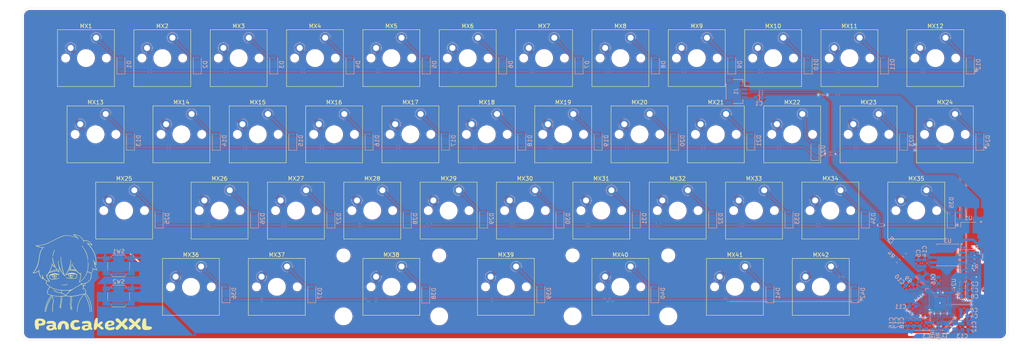
<source format=kicad_pcb>
(kicad_pcb (version 20240108) (generator "pcbnew") (generator_version "8.0")
  (layers (0 "F.Cu" signal) (31 "B.Cu" signal) (34 "B.Paste" user) (35 "F.Paste" user) (36 "B.SilkS" user "B.Silkscreen") (37 "F.SilkS" user "F.Silkscreen") (38 "B.Mask" user) (39 "F.Mask" user) (44 "Edge.Cuts" user))
  (net 0 "")
  (net 1 "Net-(D1-A)")
  (net 2 "Row0")
  (net 3 "Net-(D2-A)")
  (net 4 "Net-(D3-A)")
  (net 5 "Net-(D4-A)")
  (net 6 "Net-(D5-A)")
  (net 7 "Net-(D6-A)")
  (net 8 "Net-(D7-A)")
  (net 9 "Net-(D8-A)")
  (net 10 "Net-(D9-A)")
  (net 11 "Net-(D10-A)")
  (net 12 "Net-(D11-A)")
  (net 13 "Net-(D12-A)")
  (net 14 "Net-(D13-A)")
  (net 15 "Row1")
  (net 16 "Net-(D14-A)")
  (net 17 "Net-(D15-A)")
  (net 18 "Net-(D16-A)")
  (net 19 "Net-(D17-A)")
  (net 20 "Net-(D18-A)")
  (net 21 "Net-(D19-A)")
  (net 22 "Net-(D20-A)")
  (net 23 "Net-(D21-A)")
  (net 24 "Net-(D22-A)")
  (net 25 "Net-(D23-A)")
  (net 26 "Net-(D24-A)")
  (net 27 "Net-(D25-A)")
  (net 28 "Row2")
  (net 29 "Net-(D26-A)")
  (net 30 "Net-(D27-A)")
  (net 31 "Net-(D28-A)")
  (net 32 "Net-(D29-A)")
  (net 33 "Net-(D30-A)")
  (net 34 "Net-(D31-A)")
  (net 35 "Net-(D32-A)")
  (net 36 "Net-(D33-A)")
  (net 37 "Net-(D34-A)")
  (net 38 "Net-(D35-A)")
  (net 39 "Net-(D36-A)")
  (net 40 "Row3")
  (net 41 "Net-(D37-A)")
  (net 42 "Net-(D38-A)")
  (net 43 "Net-(D39-A)")
  (net 44 "Net-(D40-A)")
  (net 45 "Net-(D41-A)")
  (net 46 "Net-(D42-A)")
  (net 47 "Col0")
  (net 48 "Col1")
  (net 49 "Col2")
  (net 50 "Col3")
  (net 51 "Col4")
  (net 52 "Col5")
  (net 53 "Col6")
  (net 54 "Col7")
  (net 55 "Col8")
  (net 56 "Col9")
  (net 57 "Col10")
  (net 58 "Col11")
  (net 59 "GND")
  (net 60 "D-")
  (net 61 "D+")
  (net 62 "VBUS")
  (net 63 "+3V3")
  (net 64 "XIN")
  (net 65 "Net-(C13-Pad2)")
  (net 66 "+1V1")
  (net 67 "/QSPI_SS")
  (net 68 "Net-(R2-Pad1)")
  (net 69 "Net-(U2-USB_DP)")
  (net 70 "Net-(U2-USB_DM)")
  (net 71 "Net-(U2-RUN)")
  (net 72 "XOUT")
  (net 76 "/QSPI_SD0")
  (net 81 "/QSPI_SD3")
  (net 84 "/QSPI_SD1")
  (net 85 "/QSPI_SD2")
  (net 89 "/QSPI_SCLK")
  (footprint "ScottoKeebs_MX:MX_PCB_1.00u" (layer "F.Cu") (at 101.44125 52.943125)
    (property "Reference" "MX16")
    (property "Value" "MX-NoLED")
  )
  (footprint "ScottoKeebs_MX:MX_PCB_1.00u" (layer "F.Cu") (at 187.16625 71.993125)
    (property "Reference" "MX32")
    (property "Value" "MX-NoLED")
  )
  (footprint "ScottoKeebs_MX:MX_PCB_1.25u" (layer "F.Cu") (at 251.46 33.893125)
    (property "Reference" "MX12")
    (property "Value" "MX-NoLED")
  )
  (footprint "ScottoKeebs_MX:MX_PCB_1.00u" (layer "F.Cu") (at 134.77875 33.893125)
    (property "Reference" "MX6")
    (property "Value" "MX-NoLED")
  )
  (footprint "ScottoKeebs_MX:MX_PCB_1.00u" (layer "F.Cu") (at 91.91625 71.993125)
    (property "Reference" "MX27")
    (property "Value" "MX-NoLED")
  )
  (footprint "ScottoKeebs_MX:MX_PCB_1.25u" (layer "F.Cu") (at 246.6975 71.993125)
    (property "Reference" "MX35")
    (property "Value" "MX-NoLED")
  )
  (footprint "PCM_Mounting_Keyboard_Stabilizer:Stabilizer_Cherry_MX_2.00u" (layer "F.Cu") (at 115.72875 90.188175)
    (property "Reference" "REF**" (hide yes))
    (property "Value" "Stabilizer_Cherry_MX_2.00u")
  )
  (footprint "ScottoKeebs_MX:MX_PCB_2.00u" (layer "F.Cu") (at 115.72875 91.043125)
    (property "Reference" "MX38")
    (property "Value" "MX-NoLED")
  )
  (footprint "ScottoKeebs_MX:MX_PCB_1.00u" (layer "F.Cu") (at 110.96625 71.993125)
    (property "Reference" "MX28")
    (property "Value" "MX-NoLED")
  )
  (footprint "ScottoKeebs_MX:MX_PCB_2.00u" (layer "F.Cu") (at 172.87875 91.043125)
    (property "Reference" "MX40")
    (property "Value" "MX-NoLED")
  )
  (footprint "ScottoKeebs_MX:MX_PCB_1.00u" (layer "F.Cu") (at 39.52875 33.893125)
    (property "Reference" "MX1")
    (property "Value" "MX-NoLED")
  )
  (footprint "ScottoKeebs_MX:MX_PCB_1.00u" (layer "F.Cu") (at 168.11625 71.993125)
    (property "Reference" "MX31")
    (property "Value" "MX-NoLED")
  )
  (footprint "ScottoKeebs_MX:MX_PCB_1.25u" (layer "F.Cu") (at 65.7225 91.043125)
    (property "Reference" "MX36")
    (property "Value" "MX-NoLED")
  )
  (footprint "ScottoKeebs_MX:MX_PCB_1.25u" (layer "F.Cu") (at 222.885 91.043125)
    (property "Reference" "MX42")
    (property "Value" "MX-NoLED")
  )
  (footprint "ScottoKeebs_MX:MX_PCB_1.00u" (layer "F.Cu") (at 72.86625 71.993125)
    (property "Reference" "MX26")
    (property "Value" "MX-NoLED")
  )
  (footprint "ScottoKeebs_MX:MX_PCB_1.00u" (layer "F.Cu") (at 225.26625 71.993125)
    (property "Reference" "MX34")
    (property "Value" "MX-NoLED")
  )
  (footprint "ScottoKeebs_MX:MX_PCB_1.00u" (layer "F.Cu") (at 87.15375 91.043125)
    (property "Reference" "MX37")
    (property "Value" "MX-NoLED")
  )
  (footprint "ScottoKeebs_MX:MX_PCB_1.00u" (layer "F.Cu") (at 210.97875 33.893125)
    (property "Reference" "MX10")
    (property "Value" "MX-NoLED")
  )
  (footprint "ScottoKeebs_MX:MX_PCB_1.00u" (layer "F.Cu") (at 177.64125 52.943125)
    (property "Reference" "MX20")
    (property "Value" "MX-NoLED")
  )
  (footprint "LOGO" (layer "F.Cu") (at 35.016139 87.299931)
    (property "Reference" "G***" (hide yes))
    (property "Value" "LOGO" (hide yes))
  )
  (footprint "ScottoKeebs_MX:MX_PCB_1.00u" (layer "F.Cu") (at 149.06625 71.993125)
    (property "Reference" "MX30")
    (property "Value" "MX-NoLED")
  )
  (footprint "ScottoKeebs_MX:MX_PCB_1.00u" (layer "F.Cu") (at 234.79125 52.943125)
    (property "Reference" "MX23")
    (property "Value" "MX-NoLED")
  )
  (footprint "ScottoKeebs_MX:MX_PCB_1.25u" (layer "F.Cu") (at 41.91 52.943125)
    (property "Reference" "MX13")
    (property "Value" "MX-NoLED")
  )
  (footprint "ScottoKeebs_MX:MX_PCB_1.00u" (layer "F.Cu") (at 58.57875 33.893125)
    (property "Reference" "MX2")
    (property "Value" "MX-NoLED")
  )
  (footprint "ScottoKeebs_MX:MX_PCB_1.00u" (layer "F.Cu") (at 139.54125 52.943125)
    (property "Reference" "MX18")
    (property "Value" "MX-NoLED")
  )
  (footprint "ScottoKeebs_MX:MX_PCB_1.00u" (layer "F.Cu") (at 253.84125 52.943125)
    (property "Reference" "MX24")
    (property "Value" "MX-NoLED")
  )
  (footprint "ScottoKeebs_MX:MX_PCB_1.00u" (layer "F.Cu") (at 153.82875 33.893125)
    (property "Reference" "MX7")
    (property "Value" "MX-NoLED")
  )
  (footprint "ScottoKeebs_MX:MX_PCB_1.00u" (layer "F.Cu") (at 115.72875 33.893125)
    (property "Reference" "MX5")
    (property "Value" "MX-NoLED")
  )
  (footprint "ScottoKeebs_MX:MX_PCB_1.00u" (layer "F.Cu") (at 206.21625 71.993125)
    (property "Reference" "MX33")
    (property "Value" "MX-NoLED")
  )
  (footprint "ScottoKeebs_MX:MX_PCB_1.00u" (layer "F.Cu") (at 96.67875 33.893125)
    (property "Reference" "MX4")
    (property "Value" "MX-NoLED")
  )
  (footprint "LOGO" (layer "F.Cu") (at 41.33125 100.375)
    (property "Reference" "G***" (hide yes))
    (property "Value" "LOGO" (hide yes))
  )
  (footprint "ScottoKeebs_MX:MX_PCB_1.00u" (layer "F.Cu") (at 230.02875 33.893125)
    (property "Reference" "MX11")
    (property "Value" "MX-NoLED")
  )
  (footprint "ScottoKeebs_MX:MX_PCB_1.00u" (layer "F.Cu") (at 191.92875 33.893125)
    (property "Reference" "MX9")
    (property "Value" "MX-NoLED")
  )
  (footprint "ScottoKeebs_MX:MX_PCB_1.00u" (layer "F.Cu") (at 158.59125 52.943125)
    (property "Reference" "MX19")
    (property "Value" "MX-NoLED")
  )
  (footprint "ScottoKeebs_MX:MX_PCB_1.00u" (layer "F.Cu") (at 63.34125 52.943125)
    (property "Reference" "MX14")
    (property "Value" "MX-NoLED")
  )
  (footprint "ScottoKeebs_MX:MX_PCB_1.00u" (layer "F.Cu") (at 144.30375 91.043125)
    (property "Reference" "MX39")
    (property "Value" "MX-NoLED")
  )
  (footprint "ScottoKeebs_MX:MX_PCB_1.00u" (layer "F.Cu") (at 120.49125 52.943125)
    (property "Reference" "MX17")
    (property "Value" "MX-NoLED")
  )
  (footprint "PCM_Mounting_Keyboard_Stabilizer:Stabilizer_Cherry_MX_2.00u" (layer "F.Cu") (at 172.87875 90.188175)
    (property "Reference" "REF**" (hide yes))
    (property "Value" "Stabilizer_Cherry_MX_2.00u")
  )
  (footprint "ScottoKeebs_MX:MX_PCB_1.00u" (layer "F.Cu") (at 215.74125 52.943125)
    (property "Reference" "MX22")
    (property "Value" "MX-NoLED")
  )
  (footprint "ScottoKeebs_MX:MX_PCB_1.00u" (layer "F.Cu") (at 201.45375 91.043125)
    (property "Reference" "MX41")
    (property "Value" "MX-NoLED")
  )
  (footprint "ScottoKeebs_MX:MX_PCB_1.00u" (layer "F.Cu") (at 196.69125 52.943125)
    (property "Reference" "MX21")
    (property "Value" "MX-NoLED")
  )
  (footprint "ScottoKeebs_MX:MX_PCB_1.00u" (layer "F.Cu") (at 172.87875 33.893125)
    (property "Reference" "MX8")
    (property "Value" "MX-NoLED")
  )
  (footprint "ScottoKeebs_MX:MX_PCB_1.00u" (layer "F.Cu") (at 130.01625 71.993125)
    (property "Reference" "MX29")
    (property "Value" "MX-NoLED")
  )
  (footprint "ScottoKeebs_MX:MX_PCB_1.00u" (layer "F.Cu") (at 77.62875 33.893125)
    (property "Reference" "MX3")
    (property "Value" "MX-NoLED")
  )
  (footprint "ScottoKeebs_MX:MX_PCB_1.00u" (layer "F.Cu") (at 82.39125 52.943125)
    (property "Reference" "MX15")
    (property "Value" "MX-NoLED")
  )
  (footprint "ScottoKeebs_MX:MX_PCB_1.50u" (layer "F.Cu") (at 49.05375 71.993125)
    (property "Reference" "MX25")
    (property "Value" "MX-NoLED")
  )
  (footprint "Diode_SMD:D_SOD-123" (layer "B.Cu") (at 124.30125 92.71 90)
    (property "Reference" "D38")
    (property "Value" "D_Small")
  )
  (footprint "Capacitor_SMD:C_0603_1608Metric" (layer "B.Cu") (at 244.53125 100.025 90)
    (property "Reference" "C18")
    (property "Value" "1u")
  )
  (footprint "Capacitor_SMD:C_0603_1608Metric" (layer "B.Cu") (at 259.68125 101.025 90)
    (property "Reference" "C12")
    (property "Value" "15p")
  )
  (footprint "Diode_SMD:D_SOD-123" (layer "B.Cu") (at 91.1225 54.530625 90)
    (property "Reference" "D15")
    (property "Value" "D_Small")
  )
  (footprint "Diode_SMD:D_SOD-123" (layer "B.Cu") (at 219.71 35.480625 90)
    (property "Reference" "D10")
    (property "Value" "D_Small")
  )
  (footprint "Button_Switch_SMD:SW_SPST_SKQG_WithStem" (layer "B.Cu") (at 47.68125 85.8 180)
    (property "Reference" "SW1")
    (property "Value" "Reset")
  )
  (footprint "Diode_SMD:D_SOD-123" (layer "B.Cu") (at 157.7975 73.9775 90)
    (property "Reference" "D30")
    (property "Value" "D_Small")
  )
  (footprint "Diode_SMD:D_SOD-123" (layer "B.Cu") (at 181.61 35.480625 90)
    (property "Reference" "D8")
    (property "Value" "D_Small")
  )
  (footprint "Diode_SMD:D_SOD-123" (layer "B.Cu") (at 95.885 92.630625 90)
    (property "Reference" "D37")
    (property "Value" "D_Small")
  )
  (footprint "Diode_SMD:D_SOD-123" (layer "B.Cu") (at 48.26 35.480625 90)
    (property "Reference" "D1")
    (property "Value" "D_Small")
  )
  (footprint "Diode_SMD:D_SOD-123" (layer "B.Cu") (at 214.9475 73.9775 90)
    (property "Reference" "D33")
    (property "Value" "D_Small")
  )
  (footprint "Capacitor_SMD:C_0603_1608Metric" (layer "B.Cu") (at 248.78125 85.125 -90)
    (property "Reference" "C14")
    (property "Value" "100n")
  )
  (footprint "Diode_SMD:D_SOD-123" (layer "B.Cu") (at 221.43125 57.075 90)
    (property "Reference" "D22")
    (property "Value" "D_Small")
  )
  (footprint "Diode_SMD:D_SOD-123" (layer "B.Cu") (at 262.5725 54.530625 90)
    (property "Reference" "D24")
    (property "Value" "D_Small")
  )
  (footprint "Resistor_SMD:R_0603_1608Metric" (layer "B.Cu") (at 250.68125 100.775 90)
    (property "Reference" "R5")
    (property "Value" "1k")
  )
  (footprint "Diode_SMD:D_SOD-123" (layer "B.Cu") (at 255.42875 73.9775 90)
    (property "Reference" "D35")
    (property "Value" "D_Small")
  )
  (footprint "Diode_SMD:D_SOD-123" (layer "B.Cu") (at 162.56 35.480625 90)
    (property "Reference" "D7")
    (property "Value" "D_Small")
  )
  (footprint "Diode_SMD:D_SOD-123" (layer "B.Cu") (at 138.7475 73.9775 90)
    (property "Reference" "D29")
    (property "Value" "D_Small")
  )
  (footprint "Resistor_SMD:R_0603_1608Metric" (layer "B.Cu") (at 243.73125 83.125 -45)
    (property "Reference" "R3")
    (property "Value" "27.4")
  )
  (footprint "Capacitor_SMD:C_0603_1608Metric" (layer "B.Cu") (at 245.73125 95.975)
    (property "Reference" "C11")
    (property "Value" "100n")
  )
  (footprint "Diode_SMD:D_SOD-123" (layer "B.Cu") (at 176.8475 73.9775 90)
    (property "Reference" "D31")
    (property "Value" "D_Small")
  )
  (footprint "Diode_SMD:D_SOD-123" (layer "B.Cu") (at 153.035 92.630625 90)
    (property "Reference" "D39")
    (property "Value" "D_Small")
  )
  (footprint "Diode_SMD:D_SOD-123" (layer "B.Cu") (at 238.76 35.480625 90)
    (property "Reference" "D11")
    (property "Value" "D_Small")
  )
  (footprint "AMB8-727-T3:ABM8-272-T3_ABR" (layer "B.Cu") (at 255.30825 100.925 -90)
    (property "Reference" "Y1")
    (property "Value" "ABM8-272-T3")
  )
  (footprint "Diode_SMD:D_SOD-123" (layer "B.Cu") (at 200.66 35.480625 90)
    (property "Reference" "D9")
    (property "Value" "D_Small")
  )
  (footprint "Capacitor_SMD:C_0603_1608Metric" (layer "B.Cu") (at 246.43125 90.975 -45)
    (property "Reference" "C9")
    (property "Value" "100n")
  )
  (footprint "Diode_SMD:D_SOD-123" (layer "B.Cu") (at 100.6475 73.9775 90)
    (property "Reference" "D27")
    (property "Value" "D_Small")
  )
  (footprint "Diode_SMD:D_SOD-123" (layer "B.Cu") (at 233.9975 73.9775 90)
    (property "Reference" "D34")
    (property "Value" "D_Small")
  )
  (footprint "Diode_SMD:D_SOD-123" (layer "B.Cu") (at 205.4225 54.530625 90)
    (property "Reference" "D21")
    (property "Value" "D_Small")
  )
  (footprint "Diode_SMD:D_SOD-123" (layer "B.Cu") (at 186.3725 54.530625 90)
    (property "Reference" "D20")
    (property "Value" "D_Small")
  )
  (footprint "Capacitor_SMD:C_0603_1608Metric" (layer "B.Cu") (at 258.18125 101.025 -90)
    (property "Reference" "C13")
    (property "Value" "15p")
  )
  (footprint "Capacitor_SMD:C_0603_1608Metric" (layer "B.Cu") (at 249.18125 100.775 90)
    (property "Reference" "C3")
    (property "Value" "100n")
  )
  (footprint "Diode_SMD:D_SOD-123" (layer "B.Cu") (at 74.45375 92.630625 90)
    (property "Reference" "D36")
    (property "Value" "D_Small")
  )
  (footprint "Capacitor_SMD:C_0603_1608Metric" (layer "B.Cu") (at 258.63125 98.399998 180)
    (property "Reference" "C4")
    (property "Value" "100n")
  )
  (footprint "Resistor_SMD:R_0603_1608Metric" (layer "B.Cu") (at 261.23125 82.675 180)
    (property "Reference" "R2")
    (property "Value" "1K")
  )
  (footprint "Diode_SMD:D_SOD-123" (layer "B.Cu") (at 105.41 35.480625 90)
    (property "Reference" "D4")
    (property "Value" "D_Small")
  )
  (footprint "Capacitor_SMD:C_0603_1608Metric" (layer "B.Cu") (at 258.63125 96.875 180)
    (property "Reference" "C6")
    (property "Value" "100n")
  )
  (footprint "Package_TO_SOT_SMD:SOT-223-3_TabPin2" (layer "B.Cu") (at 259.73125 78.325 180)
    (property "Reference" "U1")
    (property "Value" "XC6206PxxxMR")
  )
  (footprint "Button_Switch_SMD:SW_SPST_SKQG_WithStem" (layer "B.Cu") (at 47.68125 93.35 180)
    (property "Reference" "SW2")
    (property "Value" "Boot")
  )
  (footprint "Capacitor_SMD:C_0603_1608Metric" (layer "B.Cu") (at 247.631251 100.025 90)
    (property "Reference" "C17")
    (property "Value" "100n")
  )
  (footprint "Package_DFN_QFN:QFN-56-1EP_7x7mm_P0.4mm_EP3.2x3.2mm" (layer "B.Cu") (at 252.59375 95.075 180)
    (property "Reference" "U2")
    (property "Value" "RP2040")
  )
  (footprint "Resistor_SMD:R_0603_1608Metric" (layer "B.Cu") (at 242.231251 84.6 -45)
    (property "Reference" "R4")
    (property "Value" "27.4")
  )
  (footprint "Diode_SMD:D_SOD-123" (layer "B.Cu") (at 195.8975 73.9775 90)
    (property "Reference" "D32")
    (property "Value" "D_Small")
  )
  (footprint "Resistor_SMD:R_0603_1608Metric" (layer "B.Cu") (at 261.23125 84.65)
    (property "Reference" "R1")
    (property "Value" "DNF")
  )
  (footprint "Capacitor_SMD:C_0603_1608Metric" (layer "B.Cu") (at 247.231249 85.125 -90)
    (property "Reference" "C5")
    (property "Value" "100n")
  )
  (footprint "Diode_SMD:D_SOD-123" (layer "B.Cu") (at 72.0725 54.530625 90)
    (property "Reference" "D14")
    (property "Value" "D_Small")
  )
  (footprint "Resistor_SMD:R_0603_1608Metric" (layer "B.Cu") (at 252.18125 100.925 90)
    (property "Reference" "R6")
    (property "Value" "1k")
  )
  (footprint "Capacitor_SMD:C_0603_1608Metric" (layer "B.Cu") (at 258.73125 93.425 180)
    (property "Reference" "C8")
    (property "Value" "100n")
  )
  (footprint "Diode_SMD:D_SOD-123" (layer "B.Cu") (at 260.19125 35.480625 90)
    (property "Reference" "D12")
    (property "Value" "D_Small")
  )
  (footprint "Diode_SMD:D_SOD-123" (layer "B.Cu") (at 210.185 92.630625 90)
    (property "Reference" "D41")
    (property "Value" "D_Small")
  )
  (footprint "Diode_SMD:D_SOD-123" (layer "B.Cu") (at 86.36 35.480625 90)
    (property "Reference" "D3")
    (property "Value" "D_Small")
  )
  (footprint "Capacitor_SMD:C_0603_1608Metric" (layer "B.Cu") (at 258.73125 90.325 180)
    (property "Reference" "C2")
    (property "Value" "10u")
  )
  (footprint "Capacitor_SMD:C_0603_1608Metric" (layer "B.Cu") (at 246.08125 100.025 90)
    (property "Reference" "C15")
    (property "Value" "100n")
  )
  (footprint "Diode_SMD:D_SOD-123" (layer "B.Cu") (at 129.2225 54.530625 90)
    (property "Reference" "D17")
    (property "Value" "D_Small")
  )
  (footprint "Capacitor_SMD:C_0603_1608Metric" (layer "B.Cu") (at 244.63125 91.275 -45)
    (property "Reference" "C10")
    (property "Value" "1u")
  )
  (footprint "Diode_SMD:D_SOD-123" (layer "B.Cu") (at 57.785 73.9775 90)
    (property "Reference" "D25")
    (property "Value" "D_Small")
  )
  (footprint "Diode_SMD:D_SOD-123" (layer "B.Cu") (at 110.1725 54.530625 90)
    (property "Reference" "D16")
    (property "Value" "D_Small")
  )
  (footprint "Diode_SMD:D_SOD-123" (layer "B.Cu") (at 231.36225 92.630625 90)
    (property "Reference" "D42")
    (property "Value" "D_Small")
  )
  (footprint "Diode_SMD:D_SOD-123" (layer "B.Cu") (at 181.45125 92.630625 90)
    (property "Reference" "D40")
    (property "Value" "D_Small")
  )
  (footprint "Diode_SMD:D_SOD-123" (layer "B.Cu") (at 67.31 35.480625 90)
    (property "Reference" "D2")
    (property "Value" "D_Small")
  )
  (footprint "Package_SO:SOIC-8_5.23x5.23mm_P1.27mm" (layer "B.Cu") (at 254.53125 83.075 180)
    (property "Reference" "U3")
    (property "Value" "W25Q128JVS")
  )
  (footprint "Diode_SMD:D_SOD-123" (layer "B.Cu") (at 50.64125 54.530625 90)
    (property "Reference" "D13")
    (property "Value" "D_Small")
  )
  (footprint "Capacitor_SMD:C_0603_1608Metric" (layer "B.Cu") (at 207.40625 43.725 180)
    (property "Reference" "C1")
    (property "Value" "10uF")
  )
  (footprint "Capacitor_SMD:C_0603_1608Metric" (layer "B.Cu") (at 258.73125 91.875 180)
    (property "Reference" "C7")
    (property "Value" "100n")
  )
  (footprint "Diode_SMD:D_SOD-123" (layer "B.Cu") (at 81.5975 73.9775 90)
    (property "Reference" "D26")
    (property "Value" "D_Small")
  )
  (footprint "Diode_SMD:D_SOD-123" (layer "B.Cu") (at 124.46 35.480625 90)
    (property "Reference" "D5")
    (property "Value" "D_Small")
  )
  (footprint "random-keyboard-parts.pretty-master:JST-SR-4" (layer "B.Cu") (at 199.03125 42.225 90)
    (property "Reference" "J1")
    (property "Value" "Conn_01x04")
  )
  (footprint "Diode_SMD:D_SOD-123" (layer "B.Cu") (at 148.2725 54.530625 90)
    (property "Reference" "D18")
    (property "Value" "D_Small")
  )
  (footprint "Diode_SMD:D_SOD-123" (layer "B.Cu") (at 119.6975 73.9775 90)
    (property "Reference" "D28")
    (property "Value" "D_Small")
  )
  (footprint "Diode_SMD:D_SOD-123" (layer "B.Cu") (at 243.5225 54.530625 90)
    (property "Reference" "D23")
    (property "Value" "D_Small")
  )
  (footprint "Diode_SMD:D_SOD-123" (layer "B.Cu") (at 167.3225 54.530625 90)
    (property "Reference" "D19")
    (property "Value" "D_Small")
  )
  (footprint "Capacitor_SMD:C_0603_1608Metric" (layer "B.Cu") (at 252.28125 89.425 -90)
    (property "Reference" "C16")
    (property "Value" "100n")
  )
  (footprint "Diode_SMD:D_SOD-123" (layer "B.Cu") (at 143.51 35.480625 90)
    (property "Reference" "D6")
    (property "Value" "D_Small")
  )
  (gr_line (start 269.58125 23.375) (end 269.58125 102.375) (stroke (width 0.05)) (layer "Edge.Cuts"))
  (gr_line (start 23.58125 23.375) (end 23.58125 102.375) (stroke (width 0.05)) (layer "Edge.Cuts"))
  (gr_arc (start 23.58125 23.375) (mid 24.167036 21.960786) (end 25.58125 21.375) (stroke (width 0.05)) (layer "Edge.Cuts"))
  (gr_line (start 267.58125 21.375) (end 25.58125 21.375) (stroke (width 0.05)) (layer "Edge.Cuts"))
  (gr_line (start 25.58125 104.375) (end 267.58125 104.375) (stroke (width 0.05)) (layer "Edge.Cuts"))
  (gr_arc (start 267.58125 21.375) (mid 268.995464 21.960786) (end 269.58125 23.375) (stroke (width 0.05)) (layer "Edge.Cuts"))
  (gr_arc (start 269.58125 102.375) (mid 268.995464 103.789214) (end 267.58125 104.375) (stroke (width 0.05)) (layer "Edge.Cuts"))
  (gr_arc (start 25.58125 104.375) (mid 24.167036 103.789214) (end 23.58125 102.375) (stroke (width 0.05)) (layer "Edge.Cuts"))
  (segment (start 47.08625 33.830625) (end 48.26 33.830625) (width 0.635) (layer "B.Cu") (net 1))
  (segment (start 42.06875 28.813125) (end 47.08625 33.830625) (width 0.635) (layer "B.Cu") (net 1))
  (segment (start 264.42015 90.4361) (end 264.42015 39.9639) (width 0.1778) (layer "F.Cu") (net 2))
  (segment (start 260.33125 94.525) (end 264.42015 90.4361) (width 0.1778) (layer "F.Cu") (net 2))
  (segment (start 264.42015 39.9639) (end 261.58125 37.125) (width 0.1778) (layer "F.Cu") (net 2))
  (via (at 260.33125 94.525) (size 0.6) (drill 0.3) (layers "F.Cu" "B.Cu") (net 2))
  (via (at 261.58125 37.125) (size 0.6) (drill 0.3) (layers "F.Cu" "B.Cu") (net 2))
  (segment (start 67.31 37.130625) (end 48.26 37.130625) (width 0.635) (layer "B.Cu") (net 2))
  (segment (start 200.66 37.130625) (end 181.61 37.130625) (width 0.635) (layer "B.Cu") (net 2))
  (segment (start 259.58125 95.275) (end 260.33125 94.525) (width 0.1778) (layer "B.Cu") (net 2))
  (segment (start 238.76 37.130625) (end 219.71 37.130625) (width 0.635) (layer "B.Cu") (net 2))
  (segment (start 143.51 37.130625) (end 124.46 37.130625) (width 0.635) (layer "B.Cu") (net 2))
  (segment (start 256.03125 95.275) (end 259.58125 95.275) (width 0.1778) (layer "B.Cu") (net 2))
  (segment (start 86.36 37.130625) (end 67.31 37.130625) (width 0.635) (layer "B.Cu") (net 2))
  (segment (start 124.46 37.130625) (end 105.41 37.130625) (width 0.635) (layer "B.Cu") (net 2))
  (segment (start 260.196875 37.125) (end 260.19125 37.130625) (width 0.1778) (layer "B.Cu") (net 2))
  (segment (start 261.58125 37.125) (end 260.196875 37.125) (width 0.1778) (layer "B.Cu") (net 2))
  (segment (start 219.71 37.130625) (end 200.66 37.130625) (width 0.635) (layer "B.Cu") (net 2))
  (segment (start 162.56 37.130625) (end 143.51 37.130625) (width 0.635) (layer "B.Cu") (net 2))
  (segment (start 162.56 37.130625) (end 181.61 37.130625) (width 0.635) (layer "B.Cu") (net 2))
  (segment (start 238.76 37.130625) (end 260.19125 37.130625) (width 0.635) (layer "B.Cu") (net 2))
  (segment (start 105.41 37.130625) (end 86.36 37.130625) (width 0.635) (layer "B.Cu") (net 2))
  (segment (start 61.11875 28.813125) (end 66.13625 33.830625) (width 0.635) (layer "B.Cu") (net 3))
  (segment (start 66.13625 33.830625) (end 67.31 33.830625) (width 0.635) (layer "B.Cu") (net 3))
  (segment (start 85.18625 33.830625) (end 86.36 33.830625) (width 0.635) (layer "B.Cu") (net 4))
  (segment (start 80.16875 28.813125) (end 85.18625 33.830625) (width 0.635) (layer "B.Cu") (net 4))
  (segment (start 99.21875 28.813125) (end 104.23625 33.830625) (width 0.635) (layer "B.Cu") (net 5))
  (segment (start 104.23625 33.830625) (end 105.41 33.830625) (width 0.635) (layer "B.Cu") (net 5))
  (segment (start 118.26875 28.813125) (end 123.28625 33.830625) (width 0.635) (layer "B.Cu") (net 6))
  (segment (start 123.28625 33.830625) (end 124.46 33.830625) (width 0.635) (layer "B.Cu") (net 6))
  (segment (start 137.31875 28.813125) (end 142.33625 33.830625) (width 0.635) (layer "B.Cu") (net 7))
  (segment (start 142.33625 33.830625) (end 143.51 33.830625) (width 0.635) (layer "B.Cu") (net 7))
  (segment (start 161.38625 33.830625) (end 162.56 33.830625) (width 0.635) (layer "B.Cu") (net 8))
  (segment (start 156.36875 28.813125) (end 161.38625 33.830625) (width 0.635) (layer "B.Cu") (net 8))
  (segment (start 175.41875 28.813125) (end 180.43625 33.830625) (width 0.635) (layer "B.Cu") (net 9))
  (segment (start 180.43625 33.830625) (end 181.61 33.830625) (width 0.635) (layer "B.Cu") (net 9))
  (segment (start 199.48625 33.830625) (end 200.66 33.830625) (width 0.635) (layer "B.Cu") (net 10))
  (segment (start 194.46875 28.813125) (end 199.48625 33.830625) (width 0.635) (layer "B.Cu") (net 10))
  (segment (start 213.51875 28.813125) (end 218.53625 33.830625) (width 0.635) (layer "B.Cu") (net 11))
  (segment (start 218.53625 33.830625) (end 219.71 33.830625) (width 0.635) (layer "B.Cu") (net 11))
  (segment (start 237.58625 33.830625) (end 238.76 33.830625) (width 0.635) (layer "B.Cu") (net 12))
  (segment (start 232.56875 28.813125) (end 237.58625 33.830625) (width 0.635) (layer "B.Cu") (net 12))
  (segment (start 254 28.813125) (end 259.0175 33.830625) (width 0.635) (layer "B.Cu") (net 13))
  (segment (start 259.0175 33.830625) (end 260.19125 33.830625) (width 0.635) (layer "B.Cu") (net 13))
  (segment (start 49.4675 52.880625) (end 44.45 47.863125) (width 0.635) (layer "B.Cu") (net 14))
  (segment (start 50.64125 52.880625) (end 49.4675 52.880625) (width 0.635) (layer "B.Cu") (net 14))
  (segment (start 259.13125 93.775) (end 258.68125 94.225) (width 0.1778) (layer "F.Cu") (net 15))
  (segment (start 223.98125 57.725) (end 226.43125 57.725) (width 0.635) (layer "F.Cu") (net 15))
  (segment (start 259.13125 61.025) (end 259.13125 93.775) (width 0.1778) (layer "F.Cu") (net 15))
  (segment (start 263.93125 56.225) (end 259.13125 61.025) (width 0.1778) (layer "F.Cu") (net 15))
  (segment (start 226.43125 57.725) (end 226.53125 57.825) (width 0.635) (layer "F.Cu") (net 15))
  (via (at 223.98125 57.725) (size 0.6) (drill 0.3) (layers "F.Cu" "B.Cu") (net 15))
  (via (at 226.53125 57.825) (size 0.6) (drill 0.3) (layers "F.Cu" "B.Cu") (net 15))
  (via (at 263.93125 56.225) (size 0.6) (drill 0.3) (layers "F.Cu" "B.Cu") (net 15))
  (via (at 258.68125 94.225) (size 0.6) (drill 0.3) (layers "F.Cu" "B.Cu") (net 15))
  (segment (start 262.578125 56.175) (end 262.5725 56.180625) (width 0.635) (layer "B.Cu") (net 15))
  (segment (start 221.43125 58.725) (end 222.98125 58.725) (width 0.635) (layer "B.Cu") (net 15))
  (segment (start 228.175625 56.180625) (end 243.5225 56.180625) (width 0.635) (layer "B.Cu") (net 15))
  (segment (start 243.5225 56.180625) (end 262.5725 56.180625) (width 0.635) (layer "B.Cu") (net 15))
  (segment (start 262.616875 56.225) (end 262.5725 56.180625) (width 0.1778) (layer "B.Cu") (net 15))
  (segment (start 205.4225 56.180625) (end 218.886875 56.180625) (width 0.635) (layer "B.Cu") (net 15))
  (segment (start 129.2225 56.180625) (end 148.2725 56.180625) (width 0.635) (layer "B.Cu") (net 15))
  (segment (start 148.2725 56.180625) (end 167.3225 56.180625) (width 0.635) (layer "B.Cu") (net 15))
  (segment (start 218.886875 56.180625) (end 221.43125 58.725) (width 0.635) (layer "B.Cu") (net 15))
  (segment (start 167.3225 56.180625) (end 186.3725 56.180625) (width 0.635) (layer "B.Cu") (net 15))
  (segment (start 263.93125 56.225) (end 262.616875 56.225) (width 0.1778) (layer "B.Cu") (net 15))
  (segment (start 91.1225 56.180625) (end 110.1725 56.180625) (width 0.635) (layer "B.Cu") (net 15))
  (segment (start 186.3725 56.180625) (end 205.4225 56.180625) (width 0.635) (layer "B.Cu") (net 15))
  (segment (start 258.431251 94.474999) (end 256.03125 94.474999) (width 0.1778) (layer "B.Cu") (net 15))
  (segment (start 222.98125 58.725) (end 223.98125 57.725) (width 0.635) (layer "B.Cu") (net 15))
  (segment (start 129.2225 56.180625) (end 110.1725 56.180625) (width 0.635) (layer "B.Cu") (net 15))
  (segment (start 50.64125 56.180625) (end 72.0725 56.180625) (width 0.635) (layer "B.Cu") (net 15))
  (segment (start 72.0725 56.180625) (end 91.1225 56.180625) (width 0.635) (layer "B.Cu") (net 15))
  (segment (start 258.68125 94.225) (end 258.431251 94.474999) (width 0.1778) (layer "B.Cu") (net 15))
  (segment (start 226.53125 57.825) (end 228.175625 56.180625) (width 0.635) (layer "B.Cu") (net 15))
  (segment (start 70.89875 52.880625) (end 65.88125 47.863125) (width 0.635) (layer "B.Cu") (net 16))
  (segment (start 72.0725 52.880625) (end 70.89875 52.880625) (width 0.635) (layer "B.Cu") (net 16))
  (segment (start 89.94875 52.880625) (end 84.93125 47.863125) (width 0.635) (layer "B.Cu") (net 17))
  (segment (start 91.1225 52.880625) (end 89.94875 52.880625) (width 0.635) (layer "B.Cu") (net 17))
  (segment (start 110.1725 52.880625) (end 108.99875 52.880625) (width 0.635) (layer "B.Cu") (net 18))
  (segment (start 108.99875 52.880625) (end 103.98125 47.863125) (width 0.635) (layer "B.Cu") (net 18))
  (segment (start 129.2225 52.880625) (end 128.04875 52.880625) (width 0.635) (layer "B.Cu") (net 19))
  (segment (start 128.04875 52.880625) (end 123.03125 47.863125) (width 0.635) (layer "B.Cu") (net 19))
  (segment (start 148.2725 52.880625) (end 147.09875 52.880625) (width 0.635) (layer "B.Cu") (net 20))
  (segment (start 147.09875 52.880625) (end 142.08125 47.863125) (width 0.635) (layer "B.Cu") (net 20))
  (segment (start 161.13125 47.863125) (end 166.14875 52.880625) (width 0.635) (layer "B.Cu") (net 21))
  (segment (start 166.14875 52.880625) (end 167.3225 52.880625) (width 0.635) (layer "B.Cu") (net 21))
  (segment (start 185.19875 52.880625) (end 186.3725 52.880625) (width 0.635) (layer "B.Cu") (net 22))
  (segment (start 180.18125 47.863125) (end 185.19875 52.880625) (width 0.635) (layer "B.Cu") (net 22))
  (segment (start 205.4225 52.880625) (end 204.24875 52.880625) (width 0.635) (layer "B.Cu") (net 23))
  (segment (start 204.24875 52.880625) (end 199.23125 47.863125) (width 0.635) (layer "B.Cu") (net 23))
  (segment (start 220.83125 55.425) (end 218.98125 53.575) (width 0.635) (layer "B.Cu") (net 24))
  (segment (start 221.43125 55.425) (end 220.83125 55.425) (width 0.635) (layer "B.Cu") (net 24))
  (segment (start 218.98125 53.575) (end 218.98125 48.563125) (width 0.635) (layer "B.Cu") (net 24))
  (segment (start 218.98125 48.563125) (end 218.28125 47.863125) (width 0.635) (layer "B.Cu") (net 24))
  (segment (start 237.33125 47.863125) (end 242.34875 52.880625) (width 0.635) (layer "B.Cu") (net 25))
  (segment (start 242.34875 52.880625) (end 243.5225 52.880625) (width 0.635) (layer "B.Cu") (net 25))
  (segment (start 261.39875 52.880625) (end 262.5725 52.880625) (width 0.635) (layer "B.Cu") (net 26))
  (segment (start 256.38125 47.863125) (end 261.39875 52.880625) (width 0.635) (layer "B.Cu") (net 26))
  (segment (start 57.785 72.3275) (end 57.008125 72.3275) (width 0.635) (layer "B.Cu") (net 27))
  (segment (start 57.008125 72.3275) (end 51.59375 66.913125) (width 0.635) (layer "B.Cu") (net 27))
  (segment (start 256.88125 75.6275) (end 256.88125 92.9639) (width 0.1778) (layer "F.Cu") (net 28))
  (segment (start 237.08125 75.625) (end 238.73125 75.625) (width 0.635) (layer "F.Cu") (net 28))
  (via (at 237.08125 75.625) (size 0.6) (drill 0.3) (layers "F.Cu" "B.Cu") (net 28))
  (via (at 238.73125 75.625) (size 0.6) (drill 0.3) (layers "F.Cu" "B.Cu") (net 28))
  (via (at 256.88125 75.6275) (size 0.6) (drill 0.3) (layers "F.Cu" "B.Cu") (net 28))
  (via (at 256.88125 92.9639) (size 0.6) (drill 0.3) (layers "F.Cu" "B.Cu") (net 28))
  (segment (start 238.73125 75.625) (end 238.73375 75.6275) (width 0.635) (layer "B.Cu") (net 28))
  (segment (start 57.785 75.6275) (end 81.5975 75.6275) (width 0.635) (layer "B.Cu") (net 28))
  (segment (start 176.8475 75.6275) (end 157.7975 75.6275) (width 0.635) (layer "B.Cu") (net 28))
  (segment (start 100.6475 75.6275) (end 81.5975 75.6275) (width 0.635) (layer "B.Cu") (net 28))
  (segment (start 157.7975 75.6275) (end 138.7475 75.6275) (width 0.635) (layer "B.Cu") (net 28))
  (segment (start 214.9475 75.6275) (end 195.8975 75.6275) (width 0.635) (layer "B.Cu") (net 28))
  (segment (start 256.88125 92.9639) (end 256.88125 93.2625) (width 0.1778) (layer "B.Cu") (net 28))
  (segment (start 256.46875 93.675) (end 256.03125 93.675) (width 0.1778) (layer "B.Cu") (net 28))
  (segment (start 195.8975 75.6275) (end 176.8475 75.6275) (width 0.635) (layer "B.Cu") (net 28))
  (segment (start 119.6975 75.6275) (end 138.7475 75.6275) (width 0.635) (layer "B.Cu") (net 28))
  (segment (start 237.07875 75.6275) (end 237.08125 75.625) (width 0.635) (layer "B.Cu") (net 28))
  (segment (start 256.88125 93.2625) (end 256.46875 93.675) (width 0.1778) (layer "B.Cu") (net 28))
  (segment (start 256.88125 75.6275) (end 255.42875 75.6275) (width 0.1778) (layer "B.Cu") (net 28))
  (segment (start 233.9975 75.6275) (end 237.07875 75.6275) (width 0.635) (layer "B.Cu") (net 28))
  (segment (start 233.9975 75.6275) (end 214.9475 75.6275) (width 0.635) (layer "B.Cu") (net 28))
  (segment (start 119.6975 75.6275) (end 100.6475 75.6275) (width 0.635) (layer "B.Cu") (net 28))
  (segment (start 238.73375 75.6275) (end 255.42875 75.6275) (width 0.635) (layer "B.Cu") (net 28))
  (segment (start 81.5975 72.3275) (end 80.820625 72.3275) (width 0.635) (layer "B.Cu") (net 29))
  (segment (start 80.820625 72.3275) (end 75.40625 66.913125) (width 0.635) (layer "B.Cu") (net 29))
  (segment (start 99.870625 72.3275) (end 94.45625 66.913125) (width 0.635) (layer "B.Cu") (net 30))
  (segment (start 100.6475 72.3275) (end 99.870625 72.3275) (width 0.635) (layer "B.Cu") (net 30))
  (segment (start 118.920625 72.3275) (end 113.50625 66.913125) (width 0.635) (layer "B.Cu") (net 31))
  (segment (start 119.6975 72.3275) (end 118.920625 72.3275) (width 0.635) (layer "B.Cu") (net 31))
  (segment (start 137.970625 72.3275) (end 132.55625 66.913125) (width 0.635) (layer "B.Cu") (net 32))
  (segment (start 138.7475 72.3275) (end 137.970625 72.3275) (width 0.635) (layer "B.Cu") (net 32))
  (segment (start 157.020625 72.3275) (end 151.60625 66.913125) (width 0.635) (layer "B.Cu") (net 33))
  (segment (start 157.7975 72.3275) (end 157.020625 72.3275) (width 0.635) (layer "B.Cu") (net 33))
  (segment (start 176.8475 72.3275) (end 176.070625 72.3275) (width 0.635) (layer "B.Cu") (net 34))
  (segment (start 176.070625 72.3275) (end 170.65625 66.913125) (width 0.635) (layer "B.Cu") (net 34))
  (segment (start 195.8975 72.3275) (end 195.120625 72.3275) (width 0.635) (layer "B.Cu") (net 35))
  (segment (start 195.120625 72.3275) (end 189.70625 66.913125) (width 0.635) (layer "B.Cu") (net 35))
  (segment (start 214.170625 72.3275) (end 208.75625 66.913125) (width 0.635) (layer "B.Cu") (net 36))
  (segment (start 214.9475 72.3275) (end 214.170625 72.3275) (width 0.635) (layer "B.Cu") (net 36))
  (segment (start 233.220625 72.3275) (end 227.80625 66.913125) (width 0.635) (layer "B.Cu") (net 37))
  (segment (start 233.9975 72.3275) (end 233.220625 72.3275) (width 0.635) (layer "B.Cu") (net 37))
  (segment (start 255.42875 72.3275) (end 254.651875 72.3275) (width 0.635) (layer "B.Cu") (net 38))
  (segment (start 254.651875 72.3275) (end 249.2375 66.913125) (width 0.635) (layer "B.Cu") (net 38))
  (segment (start 74.45375 90.980625) (end 73.28 90.980625) (width 0.635) (layer "B.Cu") (net 39))
  (segment (start 73.28 90.980625) (end 68.2625 85.963125) (width 0.635) (layer "B.Cu") (net 39))
  (segment (start 234.179567 92.976683) (end 232.88125 94.275) (width 0.1778) (layer "F.Cu") (net 40))
  (segment (start 248.321491 92.976683) (end 234.179567 92.976683) (width 0.1778) (layer "F.Cu") (net 40))
  (via (at 248.321491 92.976683) (size 0.6) (drill 0.3) (layers "F.Cu" "B.Cu") (net 40))
  (via (at 232.88125 94.275) (size 0.6) (drill 0.3) (layers "F.Cu" "B.Cu") (net 40))
  (segment (start 232.875625 94.280625) (end 231.36225 94.280625) (width 0.635) (layer "B.Cu") (net 40))
  (segment (start 95.885 94.280625) (end 96.225625 94.280625) (width 0.635) (layer "B.Cu") (net 40))
  (segment (start 249.15625 94.474999) (end 248.71875 94.474999) (width 0.1778) (layer "B.Cu") (net 40))
  (segment (start 248.71875 94.474999) (end 248.321491 94.07774) (width 0.1778) (layer "B.Cu") (net 40))
  (segment (start 96.305 94.36) (end 124.30125 94.36) (width 0.635) (layer "B.Cu") (net 40))
  (segment (start 124.30125 94.36) (end 152.955625 94.36) (width 0.635) (layer "B.Cu") (net 40))
  (segment (start 210.185 94.280625) (end 231.36225 94.280625) (width 0.635) (layer "B.Cu") (net 40))
  (segment (start 181.45125 94.280625) (end 210.185 94.280625) (width 0.635) (layer "B.Cu") (net 40))
  (segment (start 248.321491 94.07774) (end 248.321491 92.976683) (width 0.1778) (layer "B.Cu") (net 40))
  (segment (start 232.88125 94.275) (end 232.875625 94.280625) (width 0.635) (layer "B.Cu") (net 40))
  (segment (start 153.035 94.280625) (end 181.45125 94.280625) (width 0.635) (layer "B.Cu") (net 40))
  (segment (start 96.225625 94.280625) (end 96.305 94.36) (width 0.635) (layer "B.Cu") (net 40))
  (segment (start 152.955625 94.36) (end 153.035 94.280625) (width 0.635) (layer "B.Cu") (net 40))
  (segment (start 74.45375 94.280625) (end 95.885 94.280625) (width 0.635) (layer "B.Cu") (net 40))
  (segment (start 94.71125 90.980625) (end 89.69375 85.963125) (width 0.635) (layer "B.Cu") (net 41))
  (segment (start 95.885 90.980625) (end 94.71125 90.980625) (width 0.635) (layer "B.Cu") (net 41))
  (segment (start 123.365625 91.06) (end 118.26875 85.963125) (width 0.635) (layer "B.Cu") (net 42))
  (segment (start 124.30125 91.06) (end 123.365625 91.06) (width 0.635) (layer "B.Cu") (net 42))
  (segment (start 153.035 90.980625) (end 151.86125 90.980625) (width 0.635) (layer "B.Cu") (net 43))
  (segment (start 151.86125 90.980625) (end 146.84375 85.963125) (width 0.635) (layer "B.Cu") (net 43))
  (segment (start 180.43625 90.980625) (end 175.41875 85.963125) (width 0.635) (layer "B.Cu") (net 44))
  (segment (start 181.45125 90.980625) (end 180.43625 90.980625) (width 0.635) (layer "B.Cu") (net 44))
  (segment (start 203.99375 85.963125) (end 209.01125 90.980625) (width 0.635) (layer "B.Cu") (net 45))
  (segment (start 209.01125 90.980625) (end 210.185 90.980625) (width 0.635) (layer "B.Cu") (net 45))
  (segment (start 231.36225 90.980625) (end 230.4425 90.980625) (width 0.635) (layer "B.Cu") (net 46))
  (segment (start 230.4425 90.980625) (end 225.425 85.963125) (width 0.635) (layer "B.Cu") (net 46))
  (segment (start 38.1 50.403125) (end 38.68125 50.984375) (width 0.635) (layer "F.Cu") (net 47))
  (segment (start 36.58125 48.884375) (end 38.1 50.403125) (width 0.635) (layer "F.Cu") (net 47))
  (segment (start 38.68125 62.890625) (end 45.24375 69.453125) (width 0.635) (layer "F.Cu") (net 47))
  (segment (start 36.58125 32.215625) (end 36.58125 48.884375) (width 0.635) (layer "F.Cu") (net 47))
  (segment (start 256.38125 98.825) (end 253.30345 101.9028) (width 0.1778) (layer "F.Cu") (net 47))
  (segment (start 38.68125 50.984375) (end 38.68125 62.890625) (width 0.635) (layer "F.Cu") (net 47))
  (segment (start 46.03125 79.525) (end 46.03125 70.240625) (width 0.1778) (layer "F.Cu") (net 47))
  (segment (start 68.40905 101.9028) (end 46.03125 79.525) (width 0.1778) (layer "F.Cu") (net 47))
  (segment (start 46.03125 70.240625) (end 45.24375 69.453125) (width 0.1778) (layer "F.Cu") (net 47))
  (segment (start 253.30345 101.9028) (end 68.40905 101.9028) (width 0.1778) (layer "F.Cu") (net 47))
  (segment (start 35.71875 31.353125) (end 36.58125 32.215625) (width 0.635) (layer "F.Cu") (net 47))
  (via (at 256.38125 98.825) (size 0.6) (drill 0.3) (layers "F.Cu" "B.Cu") (net 47))
  (segment (start 255.19375 98.5125) (end 256.06875 98.5125) (width 0.1778) (layer "B.Cu") (net 47))
  (segment (start 256.06875 98.5125) (end 256.38125 98.825) (width 0.1778) (layer "B.Cu") (net 47))
  (segment (start 248.88125 98.725) (end 248.78125 98.825) (width 0.1778) (layer "F.Cu") (net 48))
  (segment (start 59.53125 50.403125) (end 55.48125 46.353125) (width 0.635) (layer "F.Cu") (net 48))
  (segment (start 55.48125 32.065625) (end 54.76875 31.353125) (width 0.635) (layer "F.Cu") (net 48))
  (segment (start 61.9125 88.503125) (end 69.83125 80.584375) (width 0.635) (layer "F.Cu") (net 48))
  (segment (start 60.13125 51.003125) (end 59.53125 50.403125) (width 0.635) (layer "F.Cu") (net 48))
  (segment (start 69.83125 80.584375) (end 69.83125 70.228125) (width 0.635) (layer "F.Cu") (net 48))
  (segment (start 248.78125 98.825) (end 188.882607 98.825) (width 0.1778) (layer "F.Cu") (net 48))
  (segment (start 69.83125 70.228125) (end 69.05625 69.453125) (width 0.635) (layer "F.Cu") (net 48))
  (segment (start 62.43125 93.425) (end 62.43125 89.021875) (width 0.1778) (layer "F.Cu") (net 48))
  (segment (start 186.128232 101.579375) (end 70.585625 101.579375) (width 0.1778) (layer "F.Cu") (net 48))
  (segment (start 69.05625 69.453125) (end 60.13125 60.528125) (width 0.635) (layer "F.Cu") (net 48))
  (segment (start 55.48125 46.353125) (end 55.48125 32.065625) (width 0.635) (layer "F.Cu") (net 48))
  (segment (start 70.585625 101.579375) (end 62.43125 93.425) (width 0.1778) (layer "F.Cu") (net 48))
  (segment (start 62.43125 89.021875) (end 61.9125 88.503125) (width 0.1778) (layer "F.Cu") (net 48))
  (segment (start 60.13125 60.528125) (end 60.13125 51.003125) (width 0.635) (layer "F.Cu") (net 48))
  (segment (start 188.882607 98.825) (end 186.128232 101.579375) (width 0.1778) (layer "F.Cu") (net 48))
  (via (at 248.88125 98.725) (size 0.6) (drill 0.3) (layers "F.Cu" "B.Cu") (net 48))
  (segment (start 249.09375 98.5125) (end 248.88125 98.725) (width 0.1778) (layer "B.Cu") (net 48))
  (segment (start 249.99375 98.5125) (end 249.09375 98.5125) (width 0.1778) (layer "B.Cu") (net 48))
  (segment (start 90.007825 101.301575) (end 83.34375 94.6375) (width 0.1778) (layer "F.Cu") (net 49))
  (segment (start 245.259929 98.2306) (end 189.084139 98.2306) (width 0.1778) (layer "F.Cu") (net 49))
  (segment (start 247.73125 98.225) (end 247.65345 98.3028) (width 0.1778) (layer "F.Cu") (net 49))
  (segment (start 83.34375 94.6375) (end 83.34375 88.503125) (width 0.1778) (layer "F.Cu") (net 49))
  (segment (start 83.34375 88.503125) (end 88.88125 82.965625) (width 0.635) (layer "F.Cu") (net 49))
  (segment (start 88.88125 82.965625) (end 88.88125 70.228125) (width 0.635) (layer "F.Cu") (net 49))
  (segment (start 73.81875 31.353125) (end 74.48125 32.015625) (width 0.635) (layer "F.Cu") (net 49))
  (segment (start 78.58125 50.403125) (end 79.28125 51.103125) (width 0.635) (layer "F.Cu") (net 49))
  (segment (start 186.013164 101.301575) (end 90.007825 101.301575) (width 0.1778) (layer "F.Cu") (net 49))
  (segment (start 189.084139 98.2306) (end 186.013164 101.301575) (width 0.1778) (layer "F.Cu") (net 49))
  (segment (start 79.28125 60.628125) (end 88.10625 69.453125) (width 0.635) (layer "F.Cu") (net 49))
  (segment (start 79.28125 51.103125) (end 79.28125 60.628125) (width 0.635) (layer "F.Cu") (net 49))
  (segment (start 88.88125 70.228125) (end 88.10625 69.453125) (width 0.635) (layer "F.Cu") (net 49))
  (segment (start 247.65345 98.3028) (end 245.332129 98.3028) (width 0.1778) (layer "F.Cu") (net 49))
  (segment (start 74.48125 46.303125) (end 78.58125 50.403125) (width 0.635) (layer "F.Cu") (net 49))
  (segment (start 74.48125 32.015625) (end 74.48125 46.303125) (width 0.635) (layer "F.Cu") (net 49))
  (segment (start 245.332129 98.3028) (end 245.259929 98.2306) (width 0.1778) (layer "F.Cu") (net 49))
  (via (at 247.73125 98.225) (size 0.6) (drill 0.3) (layers "F.Cu" "B.Cu") (net 49))
  (segment (start 248.28125 97.675) (end 247.73125 98.225) (width 0.1778) (layer "B.Cu") (net 49))
  (segment (start 249.15625 97.675) (end 248.28125 97.675) (width 0.1778) (layer "B.Cu") (net 49))
  (segment (start 185.898095 101.023775) (end 116.287156 101.023775) (width 0.1778) (layer "F.Cu") (net 50))
  (segment (start 93.63125 32.115625) (end 92.86875 31.353125) (width 0.635) (layer "F.Cu") (net 50))
  (segment (start 97.63125 50.403125) (end 93.63125 46.403125) (width 0.635) (layer "F.Cu") (net 50))
  (segment (start 188.96907 97.9528) (end 185.898095 101.023775) (width 0.1778) (layer "F.Cu") (net 50))
  (segment (start 98.33125 60.628125) (end 98.33125 51.103125) (width 0.635) (layer "F.Cu") (net 50))
  (segment (start 245.14486 97.9528) (end 188.96907 97.9528) (width 0.1778) (layer "F.Cu") (net 50))
  (segment (start 107.83125 70.128125) (end 107.15625 69.453125) (width 0.1778) (layer "F.Cu") (net 50))
  (segment (start 93.63125 46.403125) (end 93.63125 32.115625) (width 0.635) (layer "F.Cu") (net 50))
  (segment (start 98.33125 51.103125) (end 97.63125 50.403125) (width 0.635) (layer "F.Cu") (net 50))
  (segment (start 107.15625 69.453125) (end 98.33125 60.628125) (width 0.635) (layer "F.Cu") (net 50))
  (segment (start 116.287156 101.023775) (end 107.83125 92.567869) (width 0.1778) (layer "F.Cu") (net 50))
  (segment (start 107.83125 92.567869) (end 107.83125 70.128125) (width 0.1778) (layer "F.Cu") (net 50))
  (segment (start 245.68125 97.8139) (end 245.482505 97.615155) (width 0.1778) (layer "F.Cu") (net 50))
  (segment (start 245.482505 97.615155) (end 245.14486 97.9528) (width 0.1778) (layer "F.Cu") (net 50))
  (via (at 245.68125 97.8139) (size 0.6) (drill 0.3) (layers "F.Cu" "B.Cu") (net 50))
  (segment (start 247.666987 97.274999) (end 247.128086 97.8139) (width 0.1778) (layer "B.Cu") (net 50))
  (segment (start 247.128086 97.8139) (end 245.68125 97.8139) (width 0.1778) (layer "B.Cu") (net 50))
  (segment (start 249.15625 97.274999) (end 247.666987 97.274999) (width 0.1778) (layer "B.Cu") (net 50))
  (segment (start 245.08125 97.325) (end 244.73125 97.675) (width 0.1778) (layer "F.Cu") (net 51))
  (segment (start 112.58125 46.303125) (end 116.68125 50.403125) (width 0.635) (layer "F.Cu") (net 51))
  (segment (start 185.783027 100.745975) (end 116.402225 100.745975) (width 0.1778) (layer "F.Cu") (net 51))
  (segment (start 116.68125 50.403125) (end 117.48125 51.203125) (width 0.635) (layer "F.Cu") (net 51))
  (segment (start 244.73125 97.675) (end 188.854002 97.675) (width 0.1778) (layer "F.Cu") (net 51))
  (segment (start 111.91875 31.353125) (end 112.58125 32.015625) (width 0.635) (layer "F.Cu") (net 51))
  (segment (start 126.83125 70.078125) (end 126.20625 69.453125) (width 0.635) (layer "F.Cu") (net 51))
  (segment (start 117.48125 51.203125) (end 117.48125 60.728125) (width 0.635) (layer "F.Cu") (net 51))
  (segment (start 116.402225 100.745975) (end 111.91875 96.2625) (width 0.1778) (layer "F.Cu") (net 51))
  (segment (start 111.91875 88.503125) (end 126.83125 73.590625) (width 0.635) (layer "F.Cu") (net 51))
  (segment (start 188.854002 97.675) (end 185.783027 100.745975) (width 0.1778) (layer "F.Cu") (net 51))
  (segment (start 117.48125 60.728125) (end 126.20625 69.453125) (width 0.635) (layer "F.Cu") (net 51))
  (segment (start 126.83125 73.590625) (end 126.83125 70.078125) (width 0.635) (layer "F.Cu") (net 51))
  (segment (start 111.91875 96.2625) (end 111.91875 88.503125) (width 0.1778) (layer "F.Cu") (net 51))
  (segment (start 112.58125 32.015625) (end 112.58125 46.303125) (width 0.635) (layer "F.Cu") (net 51))
  (via (at 245.08125 97.325) (size 0.6) (drill 0.3) (layers "F.Cu" "B.Cu") (net 51))
  (segment (start 249.15625 96.875) (end 247.674118 96.875) (width 0.1778) (layer "B.Cu") (net 51))
  (segment (start 247.224118 97.325) (end 245.08125 97.325) (width 0.1778) (layer "B.Cu") (net 51))
  (segment (start 247.674118 96.875) (end 247.224118 97.325) (width 0.1778) (layer "B.Cu") (net 51))
  (segment (start 145.93125 83.065625) (end 145.93125 70.128125) (width 0.635) (layer "F.Cu") (net 52))
  (segment (start 140.49375 88.503125) (end 145.93125 83.065625) (width 0.635) (layer "F.Cu") (net 52))
  (segment (start 135.73125 50.403125) (end 131.78125 46.453125) (width 0.635) (layer "F.Cu") (net 52))
  (segment (start 140.93125 88.940625) (end 140.49375 88.503125) (width 0.1778) (layer "F.Cu") (net 52))
  (segment (start 131.78125 46.453125) (end 131.78125 32.165625) (width 0.635) (layer "F.Cu") (net 52))
  (segment (start 243.586625 96.080375) (end 141.636625 96.080375) (width 0.1778) (layer "F.Cu") (net 52))
  (segment (start 136.63125 60.828125) (end 136.63125 51.303125) (width 0.635) (layer "F.Cu") (net 52))
  (segment (start 141.636625 96.080375) (end 140.93125 95.375) (width 0.1778) (layer "F.Cu") (net 52))
  (segment (start 244.33125 96.825) (end 243.586625 96.080375) (width 0.1778) (layer "F.Cu") (net 52))
  (segment (start 140.93125 95.375) (end 140.93125 88.940625) (width 0.1778) (layer "F.Cu") (net 52))
  (segment (start 131.78125 32.165625) (end 130.96875 31.353125) (width 0.635) (layer "F.Cu") (net 52))
  (segment (start 145.25625 69.453125) (end 136.63125 60.828125) (width 0.635) (layer "F.Cu") (net 52))
  (segment (start 145.93125 70.128125) (end 145.25625 69.453125) (width 0.635) (layer "F.Cu") (net 52))
  (segment (start 136.63125 51.303125) (end 135.73125 50.403125) (width 0.635) (layer "F.Cu") (net 52))
  (via (at 244.33125 96.825) (size 0.6) (drill 0.3) (layers "F.Cu" "B.Cu") (net 52))
  (segment (start 247.33125 96.825) (end 247.68125 96.475) (width 0.1778) (layer "B.Cu") (net 52))
  (segment (start 247.68125 96.475) (end 249.15625 96.475) (width 0.1778) (layer "B.Cu") (net 52))
  (segment (start 244.33125 96.825) (end 247.33125 96.825) (width 0.1778) (layer "B.Cu") (net 52))
  (segment (start 155.43125 51.053125) (end 155.43125 60.578125) (width 0.635) (layer "F.Cu") (net 53))
  (segment (start 155.43125 60.578125) (end 164.30625 69.453125) (width 0.635) (layer "F.Cu") (net 53))
  (segment (start 164.88125 89.842339) (end 164.88125 70.028125) (width 0.1778) (layer "F.Cu") (net 53))
  (segment (start 233.78675 95.3195) (end 170.358411 95.3195) (width 0.1778) (layer "F.Cu") (net 53))
  (segment (start 170.358411 95.3195) (end 164.88125 89.842339) (width 0.1778) (layer "F.Cu") (net 53))
  (segment (start 246.569365 94.4639) (end 234.64235 94.4639) (width 0.1778) (layer "F.Cu") (net 53))
  (segment (start 150.01875 31.353125) (end 150.73125 32.065625) (width 0.635) (layer "F.Cu") (net 53))
  (segment (start 150.73125 46.353125) (end 154.78125 50.403125) (width 0.635) (layer "F.Cu") (net 53))
  (segment (start 154.78125 50.403125) (end 155.43125 51.053125) (width 0.635) (layer "F.Cu") (net 53))
  (segment (start 150.73125 32.065625) (end 150.73125 46.353125) (width 0.635) (layer "F.Cu") (net 53))
  (segment (start 164.88125 70.028125) (end 164.30625 69.453125) (width 0.1778) (layer "F.Cu") (net 53))
  (segment (start 234.64235 94.4639) (end 233.78675 95.3195) (width 0.1778) (layer "F.Cu") (net 53))
  (via (at 246.569365 94.4639) (size 0.6) (drill 0.3) (layers "F.Cu" "B.Cu") (net 53))
  (segment (start 247.780466 95.675001) (end 246.569365 94.4639) (width 0.1778) (layer "B.Cu") (net 53))
  (segment (start 249.15625 95.675001) (end 247.780466 95.675001) (width 0.1778) (layer "B.Cu") (net 53))
  (segment (start 234.53125 93.975) (end 233.46455 95.0417) (width 0.1778) (layer "F.Cu") (net 54))
  (segment (start 184.08125 73.490625) (end 184.08125 70.178125) (width 0.635) (layer "F.Cu") (net 54))
  (segment (start 233.46455 95.0417) (end 171.29795 95.0417) (width 0.1778) (layer "F.Cu") (net 54))
  (segment (start 171.29795 95.0417) (end 169.73125 93.475) (width 0.1778) (layer "F.Cu") (net 54))
  (segment (start 184.08125 70.178125) (end 183.35625 69.453125) (width 0.635) (layer "F.Cu") (net 54))
  (segment (start 247.182305 93.975) (end 234.53125 93.975) (width 0.1778) (layer "F.Cu") (net 54))
  (segment (start 173.83125 50.403125) (end 169.78125 46.353125) (width 0.635) (layer "F.Cu") (net 54))
  (segment (start 169.78125 46.353125) (end 169.78125 32.065625) (width 0.635) (layer "F.Cu") (net 54))
  (segment (start 169.73125 93.475) (end 169.73125 89.165625) (width 0.1778) (layer "F.Cu") (net 54))
  (segment (start 174.53125 51.103125) (end 173.83125 50.403125) (width 0.635) (layer "F.Cu") (net 54))
  (segment (start 169.06875 88.503125) (end 184.08125 73.490625) (width 0.635) (layer "F.Cu") (net 54))
  (segment (start 169.78125 32.065625) (end 169.06875 31.353125) (width 0.635) (layer "F.Cu") (net 54))
  (segment (start 183.35625 69.453125) (end 174.53125 60.628125) (width 0.635) (layer "F.Cu") (net 54))
  (segment (start 247.193405 93.9639) (end 247.182305 93.975) (width 0.1778) (layer "F.Cu") (net 54))
  (segment (start 169.73125 89.165625) (end 169.06875 88.503125) (width 0.1778) (layer "F.Cu") (net 54))
  (segment (start 174.53125 60.628125) (end 174.53125 51.103125) (width 0.635) (layer "F.Cu") (net 54))
  (via (at 247.193405 93.9639) (size 0.6) (drill 0.3) (layers "F.Cu" "B.Cu") (net 54))
  (segment (start 248.504505 95.275) (end 247.193405 93.9639) (width 0.1778) (layer "B.Cu") (net 54))
  (segment (start 249.15625 95.275) (end 248.504505 95.275) (width 0.1778) (layer "B.Cu") (net 54))
  (segment (start 203.08125 83.065625) (end 197.64375 88.503125) (width 0.635) (layer "F.Cu") (net 55))
  (segment (start 247.8299 93.475) (end 234.37266 93.475) (width 0.1778) (layer "F.Cu") (net 55))
  (segment (start 188.73125 46.253125) (end 192.88125 50.403125) (width 0.635) (layer "F.Cu") (net 55))
  (segment (start 200.02015 94.7639) (end 197.64375 92.3875) (width 0.1778) (layer "F.Cu") (net 55))
  (segment (start 193.58125 60.628125) (end 202.40625 69.453125) (width 0.635) (layer "F.Cu") (net 55))
  (segment (start 188.11875 31.353125) (end 188.73125 31.965625) (width 0.635) (layer "F.Cu") (net 55))
  (segment (start 188.73125 31.965625) (end 188.73125 46.253125) (width 0.635) (layer "F.Cu") (net 55))
  (segment (start 202.40625 69.453125) (end 203.08125 70.128125) (width 0.635) (layer "F.Cu") (net 55))
  (segment (start 203.08125 70.128125) (end 203.08125 83.065625) (width 0.635) (layer "F.Cu") (net 55))
  (segment (start 193.58125 51.103125) (end 193.58125 60.628125) (width 0.635) (layer "F.Cu") (net 55))
  (segment (start 197.64375 92.3875) (end 197.64375 88.503125) (width 0.1778) (layer "F.Cu") (net 55))
  (segment (start 234.37266 93.475) (end 233.08376 94.7639) (width 0.1778) (layer "F.Cu") (net 55))
  (segment (start 247.831258 93.476358) (end 247.8299 93.475) (width 0.1778) (layer "F.Cu") (net 55))
  (segment (start 192.88125 50.403125) (end 193.58125 51.103125) (width 0.635) (layer "F.Cu") (net 55))
  (segment (start 233.08376 94.7639) (end 200.02015 94.7639) (width 0.1778) (layer "F.Cu") (net 55))
  (via (at 247.831258 93.476358) (size 0.6) (drill 0.3) (layers "F.Cu" "B.Cu") (net 55))
  (segment (start 247.831258 93.987508) (end 247.831258 93.476358) (width 0.1778) (layer "B.Cu") (net 55))
  (segment (start 248.71875 94.875) (end 247.831258 93.987508) (width 0.1778) (layer "B.Cu") (net 55))
  (segment (start 249.15625 94.875) (end 248.71875 94.875) (width 0.1778) (layer "B.Cu") (net 55))
  (segment (start 211.93125 50.403125) (end 211.93125 50.275) (width 0.635) (layer "F.Cu") (net 56))
  (segment (start 221.45625 69.453125) (end 212.48125 60.478125) (width 0.635) (layer "F.Cu") (net 56))
  (segment (start 211.93125 50.275) (end 207.88125 46.225) (width 0.635) (layer "F.Cu") (net 56))
  (segment (start 222.13125 70.128125) (end 221.45625 69.453125) (width 0.635) (layer "F.Cu") (net 56))
  (segment (start 212.48125 60.478125) (end 212.48125 50.953125) (width 0.635) (layer "F.Cu") (net 56))
  (segment (start 207.88125 32.065625) (end 207.16875 31.353125) (width 0.635) (layer "F.Cu") (net 56))
  (segment (start 246.713285 88.503125) (end 219.075 88.503125) (width 0.1778) (layer "F.Cu") (net 56))
  (segment (start 212.48125 50.953125) (end 211.93125 50.403125) (width 0.635) (layer "F.Cu") (net 56))
  (segment (start 207.88125 46.225) (end 207.88125 32.065625) (width 0.635) (layer "F.Cu") (net 56))
  (segment (start 260.38125 95.525) (end 253.73516 95.525) (width 0.1778) (layer "F.Cu") (net 56))
  (segment (start 253.73516 95.525) (end 246.713285 88.503125) (width 0.1778) (layer "F.Cu") (net 56))
  (segment (start 222.13125 85.446875) (end 222.13125 70.128125) (width 0.635) (layer "F.Cu") (net 56))
  (segment (start 219.075 88.503125) (end 222.13125 85.446875) (width 0.635) (layer "F.Cu") (net 56))
  (via (at 260.38125 95.525) (size 0.6) (drill 0.3) (layers "F.Cu" "B.Cu") (net 56))
  (segment (start 256.03125 95.675001) (end 260.231249 95.675001) (width 0.1778) (layer "B.Cu") (net 56))
  (segment (start 260.231249 95.675001) (end 260.38125 95.525) (width 0.1778) (layer "B.Cu") (net 56))
  (segment (start 227.08125 32.215625) (end 227.08125 46.503125) (width 0.635) (layer "F.Cu") (net 57))
  (segment (start 226.21875 31.353125) (end 227.08125 32.215625) (width 0.635) (layer "F.Cu") (net 57))
  (segment (start 257.37015 75.42499) (end 251.398285 69.453125) (width 0.1778) (layer "F.Cu") (net 57))
  (segment (start 251.398285 69.453125) (end 242.8875 69.453125) (width 0.1778) (layer "F.Cu") (net 57))
  (segment (start 257.045705 93.789455) (end 257.37015 93.46501) (width 0.1778) (layer "F.Cu") (net 57))
  (segment (start 257.37015 93.46501) (end 257.37015 75.42499) (width 0.1778) (layer "F.Cu") (net 57))
  (segment (start 231.63125 51.053125) (end 231.63125 58.196875) (width 0.635) (layer "F.Cu") (net 57))
  (segment (start 231.63125 58.196875) (end 242.8875 69.453125) (width 0.635) (layer "F.Cu") (net 57))
  (segment (start 230.98125 50.403125) (end 231.63125 51.053125) (width 0.635) (layer "F.Cu") (net 57))
  (segment (start 227.08125 46.503125) (end 230.98125 50.403125) (width 0.635) (layer "F.Cu") (net 57))
  (via (at 257.045705 93.789455) (size 0.6) (drill 0.3) (layers "F.Cu" "B.Cu") (net 57))
  (segment (start 256.76016 94.075) (end 257.045705 93.789455) (width 0.1778) (layer "B.Cu") (net 57))
  (segment (start 256.03125 94.075) (end 256.76016 94.075) (width 0.1778) (layer "B.Cu") (net 57))
  (segment (start 248.43125 32.134375) (end 247.65 31.353125) (width 0.635) (layer "F.Cu") (net 58))
  (segment (start 258.47874 94.7139) (end 257.68125 93.91641) (width 0.1778) (layer "F.Cu") (net 58))
  (segment (start 250.03125 50.403125) (end 248.43125 48.803125) (width 0.635) (layer "F.Cu") (net 58))
  (segment (start 259.53125 94.425) (end 259.24235 94.7139) (width 0.1778) (layer "F.Cu") (net 58))
  (segment (start 248.43125 48.803125) (end 248.43125 32.134375) (width 0.635) (layer "F.Cu") (net 58))
  (segment (start 250.83125 51.203125) (end 250.03125 50.403125) (width 0.1778) (layer "F.Cu") (net 58))
  (segment (start 250.83125 54.425) (end 250.83125 51.203125) (width 0.1778) (layer "F.Cu") (net 58))
  (segment (start 257.68125 93.91641) (end 257.68125 61.275) (width 0.1778) (layer "F.Cu") (net 58))
  (segment (start 259.24235 94.7139) (end 258.47874 94.7139) (width 0.1778) (layer "F.Cu") (net 58))
  (segment (start 257.68125 61.275) (end 250.83125 54.425) (width 0.1778) (layer "F.Cu") (net 58))
  (via (at 259.53125 94.425) (size 0.6) (drill 0.3) (layers "F.Cu" "B.Cu") (net 58))
  (segment (start 256.03125 94.875) (end 259.08125 94.875) (width 0.1778) (layer "B.Cu") (net 58))
  (segment (start 259.08125 94.875) (end 259.53125 94.425) (width 0.1778) (layer "B.Cu") (net 58))
  (via (at 258.94375 101.0625) (size 0.6) (drill 0.3) (layers "F.Cu" "B.Cu") (net 59))
  (via (at 244.98125 89.475) (size 0.6) (drill 0.3) (layers "F.Cu" "B.Cu") (net 59))
  (via (at 261.13125 86.925) (size 0.6) (drill 0.3) (layers "F.Cu" "B.Cu") (net 59))
  (via (at 250.93125 88.675) (size 0.6) (drill 0.3) (layers "F.Cu" "B.Cu") (net 59))
  (via (at 252.93125 100.925) (size 0.6) (drill 0.3) (layers "F.Cu" "B.Cu") (net 59))
  (via (at 252.59375 95.075) (size 0.6) (drill 0.3) (layers "F.Cu" "B.Cu") (net 59))
  (via (at 255.33125 100.925) (size 0.6) (drill 0.3) (layers "F.Cu" "B.Cu") (net 59))
  (via (at 261.68125 88.575) (size 0.6) (drill 0.3) (layers "F.Cu" "B.Cu") (net 59))
  (segment (start 245.883242 90.426992) (end 245.883242 90.376992) (width 0.635) (layer "B.Cu") (net 59))
  (segment (start 256.533252 100.25) (end 256.40825 100.124998) (width 0.1778) (layer "B.Cu") (net 59))
  (segment (start 258.18125 100.3) (end 258.94375 101.0625) (width 0.1778) (layer "B.Cu") (net 59))
  (segment (start 255.008252 100.925) (end 255.33125 100.925) (width 0.1778) (layer "B.Cu") (net 59))
  (segment (start 258.18125 100.25) (end 258.18125 100.3) (width 0.1778) (layer "B.Cu") (net 59))
  (segment (start 249.18125 101.55) (end 248.381251 101.55) (width 0.1778) (layer "B.Cu") (net 59))
  (segment (start 254.20825 101.725002) (end 253.731252 101.725002) (width 0.1778) (layer "B.Cu") (net 59))
  (segment (start 256.131252 100.124998) (end 256.40825 100.124998) (width 0.1778) (layer "B.Cu") (net 59))
  (segment (start 253.59375 98.5125) (end 253.59375 96.075) (width 0.1778) (layer "B.Cu") (net 59))
  (segment (start 253.59375 96.075) (end 252.59375 95.075) (width 0.1778) (layer "B.Cu") (net 59))
  (segment (start 250.95625 88.65) (end 250.93125 88.675) (width 0.635) (layer "B.Cu") (net 59))
  (segment (start 252.28125 88.65) (end 250.95625 88.65) (width 0.635) (layer "B.Cu") (net 59))
  (segment (start 248.381251 101.55) (end 247.631251 100.8) (width 0.1778) (layer "B.Cu") (net 59))
  (segment (start 255.33125 100.925) (end 256.131252 100.124998) (width 0.1778) (layer "B.Cu") (net 59))
  (segment (start 245.883242 90.376992) (end 244.98125 89.475) (width 0.635) (layer "B.Cu") (net 59))
  (segment (start 258.94375 101.0625) (end 259.68125 101.8) (width 0.1778) (layer "B.Cu") (net 59))
  (segment (start 254.20825 101.725002) (end 255.008252 100.925) (width 0.1778) (layer "B.Cu") (net 59))
  (segment (start 253.731252 101.725002) (end 252.93125 100.925) (width 0.1778) (layer "B.Cu") (net 59))
  (segment (start 205.24375 42.45) (end 204.96875 42.725) (width 0.2) (layer "B.Cu") (net 60))
  (segment (start 225.05625 60.3682) (end 225.05625 44.9682) (width 0.2) (layer "B.Cu") (net 60))
  (segment (start 237.756249 79.018197) (end 237.756249 73.068199) (width 0.2) (layer "B.Cu") (net 60))
  (segment (start 237.756249 73.068199) (end 225.05625 60.3682) (width 0.2) (layer "B.Cu") (net 60))
  (segment (start 225.05625 44.9682) (end 222.53805 42.45) (width 0.2) (layer "B.Cu") (net 60))
  (segment (start 222.53805 42.45) (end 205.24375 42.45) (width 0.2) (layer "B.Cu") (net 60))
  (segment (start 204.96875 42.725) (end 203.806249 42.725) (width 0.2) (layer "B.Cu") (net 60))
  (segment (start 222.72445 42) (end 205.24375 42) (width 0.2) (layer "B.Cu") (net 61))
  (segment (start 205.24375 42) (end 204.96875 41.725) (width 0.2) (layer "B.Cu") (net 61))
  (segment (start 204.96875 41.725) (end 203.806249 41.725) (width 0.2) (layer "B.Cu") (net 61))
  (segment (start 238.206251 78.831801) (end 238.206251 72.881801) (width 0.2) (layer "B.Cu") (net 61))
  (segment (start 225.50625 44.7818) (end 222.72445 42) (width 0.2) (layer "B.Cu") (net 61))
  (segment (start 225.50625 60.1818) (end 225.50625 44.7818) (width 0.2) (layer "B.Cu") (net 61))
  (segment (start 238.206251 72.881801) (end 225.50625 60.1818) (width 0.2) (layer "B.Cu") (net 61))
  (segment (start 222.28125 43.075) (end 224.53125 43.075) (width 0.1778) (layer "F.Cu") (net 62))
  (segment (start 246.38125 55.463125) (end 246.38125 56.898125) (width 0.1778) (layer "F.Cu") (net 62))
  (via (at 224.53125 43.075) (size 0.6) (drill 0.3) (layers "F.Cu" "B.Cu") (net 62))
  (via (at 222.28125 43.075) (size 0.6) (drill 0.3) (layers "F.Cu" "B.Cu") (net 62))
  (via (at 246.38125 55.463125) (size 0.6) (drill 0.3) (layers "F.Cu" "B.Cu") (net 62))
  (via (at 246.38125 56.898125) (size 0.6) (drill 0.3) (layers "F.Cu" "B.Cu") (net 62))
  (segment (start 222.26735 43.0611) (end 222.28125 43.075) (width 0.1778) (layer "B.Cu") (net 62))
  (segment (start 224.53125 43.075) (end 242.88125 43.075) (width 0.1778) (layer "B.Cu") (net 62))
  (segment (start 206.63125 43.725) (end 207.29515 43.0611) (width 0.1778) (layer "B.Cu") (net 62))
  (segment (start 256.33125 62.875) (end 248.78125 62.875) (width 0.1778) (layer "B.Cu") (net 62))
  (segment (start 246.38125 46.575) (end 246.38125 55.463125) (width 0.1778) (layer "B.Cu") (net 62))
  (segment (start 242.88125 43.075) (end 246.38125 46.575) (width 0.1778) (layer "B.Cu") (net 62))
  (segment (start 203.80625 43.725) (end 206.63125 43.725) (width 0.1778) (layer "B.Cu") (net 62))
  (segment (start 248.78125 62.875) (end 246.38125 60.475) (width 0.1778) (layer "B.Cu") (net 62))
  (segment (start 246.38125 60.475) (end 246.38125 56.898125) (width 0.1778) (layer "B.Cu") (net 62))
  (segment (start 258.73125 78.1875) (end 258.73125 65.275) (width 0.1778) (layer "B.Cu") (net 62))
  (segment (start 258.73125 65.275) (end 256.33125 62.875) (width 0.1778) (layer "B.Cu") (net 62))
  (segment (start 258.59375 78.325) (end 258.73125 78.1875) (width 0.1778) (layer "B.Cu") (net 62))
  (segment (start 207.29515 43.0611) (end 222.26735 43.0611) (width 0.1778) (layer "B.Cu") (net 62))
  (segment (start 252.73125 97.675) (end 251.23125 97.675) (width 0.1778) (layer "F.Cu") (net 63))
  (segment (start 254.43125 97.675) (end 252.73125 97.675) (width 0.1778) (layer "F.Cu") (net 63))
  (segment (start 252.08125 92.475) (end 253.33125 92.475) (width 0.1778) (layer "F.Cu") (net 63))
  (segment (start 250.98125 97.675) (end 250.03125 96.725) (width 0.1778) (layer "F.Cu") (net 63))
  (segment (start 251.23125 97.675) (end 250.98125 97.675) (width 0.1778) (layer "F.Cu") (net 63))
  (via (at 254.43125 97.675) (size 0.6) (drill 0.3) (layers "F.Cu" "B.Cu") (net 63))
  (via (at 251.23125 97.675) (size 0.6) (drill 0.3) (layers "F.Cu" "B.Cu") (net 63))
  (via (at 252.73125 97.675) (size 0.6) (drill 0.3) (layers "F.Cu" "B.Cu") (net 63))
  (via (at 253.33125 92.475) (size 0.6) (drill 0.3) (layers "F.Cu" "B.Cu") (net 63))
  (via (at 250.03125 96.725) (size 0.6) (drill 0.3) (layers "F.Cu" "B.Cu") (net 63))
  (via (at 252.08125 92.475) (size 0.6) (drill 0.3) (layers "F.Cu" "B.Cu") (net 63))
  (segment (start 247.231249 85.9) (end 248.78125 85.9) (width 0.635) (layer "B.Cu") (net 63))
  (segment (start 251.12015 99.5111) (end 250.68125 99.95) (width 0.1778) (layer "B.Cu") (net 63))
  (segment (start 256.03125 96.075) (end 257.05625 96.075) (width 0.1778) (layer "B.Cu") (net 63))
  (segment (start 250.093307 89.078635) (end 250.093307 88.061229) (width 0.1778) (layer "B.Cu") (net 63))
  (segment (start 245.179258 91.823008) (end 246.679258 91.823008) (width 0.635) (layer "B.Cu") (net 63))
  (segment (start 257.35625 92.475) (end 257.95625 91.875) (width 0.1778) (layer "B.Cu") (net 63))
  (segment (start 257.05625 96.075) (end 257.85625 96.875) (width 0.1778) (layer "B.Cu") (net 63))
  (segment (start 262.93125 83.775) (end 262.93125 81.337499) (width 0.635) (layer "B.Cu") (net 63))
  (segment (start 251.83265 99.5111) (end 251.12015 99.5111) (width 0.1778) (layer "B.Cu") (net 63))
  (segment (start 257.95625 90.325) (end 257.95625 91.875) (width 0.508) (layer "B.Cu") (net 63))
  (segment (start 262.05625 84.65) (end 262.93125 83.775) (width 0.635) (layer "B.Cu") (net 63))
  (segment (start 260.58125 87.7) (end 257.95625 90.325) (width 0.508) (layer "B.Cu") (net 63))
  (segment (start 249.15625 96.075) (end 246.60625 96.075) (width 0.1778) (layer "B.Cu") (net 63))
  (segment (start 252.39375 98.5125) (end 252.39375 98.95) (width 0.1778) (layer "B.Cu") (net 63))
  (segment (start 248.479258 91.523008) (end 246.979258 91.523008) (width 0.1778) (layer "B.Cu") (net 63))
  (segment (start 249.15625 92.475) (end 249.15625 92.2) (width 0.1778) (layer "B.Cu") (net 63))
  (segment (start 246.60625 96.075) (end 246.50625 95.975) (width 0.1778) (layer "B.Cu") (net 63))
  (segment (start 257.85625 98.399998) (end 257.85625 96.875) (width 0.635) (layer "B.Cu") (net 63))
  (segment (start 249.15625 92.2) (end 248.479258 91.523008) (width 0.1778) (layer "B.Cu") (net 63))
  (segment (start 248.78125 86.749172) (end 248.78125 85.9) (width 0.1778) (layer "B.Cu") (net 63))
  (segment (start 262.05625 87.7) (end 260.58125 87.7) (width 0.508) (layer "B.Cu") (net 63))
  (segment (start 250.093307 88.061229) (end 248.78125 86.749172) (width 0.1778) (layer "B.Cu") (net 63))
  (segment (start 262.05625 87.7) (end 262.05625 84.65) (width 0.508) (layer "B.Cu") (net 63))
  (segment (start 256.03125 92.475) (end 257.35625 92.475) (width 0.1778) (layer "B.Cu") (net 63))
  (segment (start 262.93125 81.337499) (end 260.86875 79.274999) (width 0.635) (layer "B.Cu") (net 63))
  (segment (start 249.18125 100) (end 250.63125 100) (width 0.635) (layer "B.Cu") (net 63))
  (segment (start 260.86875 79.274999) (end 252.826251 79.274999) (width 0.635) (layer "B.Cu") (net 63))
  (segment (start 250.63125 100) (end 250.68125 99.95) (width 0.635) (layer "B.Cu") (net 63))
  (segment (start 251.993749 90.979077) (end 250.093307 89.078635) (width 0.1778) (layer "B.Cu") (net 63))
  (segment (start 252.39375 98.95) (end 251.83265 99.5111) (width 0.1778) (layer "B.Cu") (net 63))
  (segment (start 257.95625 93.425) (end 257.95625 91.875) (width 0.381) (layer "B.Cu") (net 63))
  (segment (start 246.679258 91.823008) (end 246.979258 91.523008) (width 0.635) (layer "B.Cu") (net 63))
  (segment (start 252.826251 79.274999) (end 250.93125 81.17) (width 0.635) (layer "B.Cu") (net 63))
  (segment (start 251.993749 91.6375) (end 251.993749 90.979077) (width 0.1778) (layer "B.Cu") (net 63))
  (segment (start 258.817348 99.386098) (end 254.94715 99.386098) (width 0.1778) (layer "B.Cu") (net 64))
  (segment (start 259.68125 100.25) (end 258.817348 99.386098) (width 0.1778) (layer "B.Cu") (net 64))
  (segment (start 254.20825 100.124998) (end 253.193751 99.110499) (width 0.1778) (layer "B.Cu") (net 64))
  (segment (start 253.193751 99.110499) (end 253.193751 98.5125) (width 0.1778) (layer "B.Cu") (net 64))
  (segment (start 254.94715 99.386098) (end 254.20825 100.124998) (width 0.1778) (layer "B.Cu") (net 64))
  (segment (start 252.895152 102.463902) (end 255.66935 102.463902) (width 0.1778) (layer "B.Cu") (net 65))
  (segment (start 255.66935 102.463902) (end 256.40825 101.725002) (width 0.1778) (layer "B.Cu") (net 65))
  (segment (start 252.18125 101.75) (end 252.895152 102.463902) (width 0.1778) (layer "B.Cu") (net 65))
  (segment (start 256.483248 101.8) (end 256.40825 101.725002) (width 0.1778) (layer "B.Cu") (net 65))
  (segment (start 258.18125 101.8) (end 256.483248 101.8) (width 0.1778) (layer "B.Cu") (net 65))
  (segment (start 251.993749 98.95) (end 251.710449 99.2333) (width 0.1778) (layer "B.Cu") (net 66))
  (segment (start 251.710449 99.2333) (end 247.647951 99.2333) (width 0.1778) (layer "B.Cu") (net 66))
  (segment (start 246.08125 99.25) (end 244.53125 99.25) (width 0.635) (layer "B.Cu") (net 66))
  (segment (start 252.28125 90.2) (end 252.79375 90.7125) (width 0.1778) (layer "B.Cu") (net 66))
  (segment (start 247.647951 99.2333) (end 247.631251 99.25) (width 0.1778) (layer "B.Cu") (net 66))
  (segment (start 246.08125 99.25) (end 247.631251 99.25) (width 0.635) (layer "B.Cu") (net 66))
  (segment (start 252.79375 90.7125) (end 252.79375 91.6375) (width 0.1778) (layer "B.Cu") (net 66))
  (segment (start 251.993749 98.5125) (end 251.993749 98.95) (width 0.1778) (layer "B.Cu") (net 66))
  (segment (start 252.793749 91.6375) (end 252.79375 93.0625) (width 0.1778) (layer "B.Cu") (net 66))
  (segment (start 250.793751 91.6375) (end 250.793749 93.05) (width 0.1778) (layer "B.Cu") (net 66))
  (segment (start 251.993749 97.2) (end 251.993749 98.5125) (width 0.1778) (layer "B.Cu") (net 66))
  (segment (start 259.68125 83.2892) (end 260.29545 82.675) (width 0.1778) (layer "B.Cu") (net 67))
  (segment (start 259.68125 82.125) (end 258.82625 81.27) (width 0.1778) (layer "B.Cu") (net 67))
  (segment (start 255.19375 87.1625) (end 256.04015 86.3161) (width 0.1778) (layer "B.Cu") (net 67))
  (segment (start 260.29545 82.675) (end 260.40625 82.675) (width 0.1778) (layer "B.Cu") (net 67))
  (segment (start 259.68125 83.925) (end 259.68125 83.2892) (width 0.1778) (layer "B.Cu") (net 67))
  (segment (start 259.01515 86.3161) (end 259.68125 85.65) (width 0.1778) (layer "B.Cu") (net 67))
  (segment (start 255.19375 91.6375) (end 255.19375 87.1625) (width 0.1778) (layer "B.Cu") (net 67))
  (segment (start 256.04015 86.3161) (end 259.01515 86.3161) (width 0.1778) (layer "B.Cu") (net 67))
  (segment (start 259.68125 84.225) (end 259.68125 83.2892) (width 0.1778) (layer "B.Cu") (net 67))
  (segment (start 259.68125 85.65) (end 259.68125 82.125) (width 0.1778) (layer "B.Cu") (net 67))
  (segment (start 260.40625 84.65) (end 259.68125 83.925) (width 0.1778) (layer "B.Cu") (net 67))
  (segment (start 258.82625 81.27) (end 258.03125 81.27) (width 0.1778) (layer "B.Cu") (net 67))
  (segment (start 44.28125 95.35) (end 51.08125 95.35) (width 0.508) (layer "B.Cu") (net 68))
  (segment (start 66.63125 103.013) (end 66.685699 102.958551) (width 0.508) (layer "B.Cu") (net 68))
  (segment (start 251.593749 91.0375) (end 251.593749 91.6375) (width 0.1778) (layer "B.Cu") (net 69))
  (segment (start 249.426485 88.870235) (end 251.593749 91.0375) (width 0.1778) (layer "B.Cu") (net 69))
  (segment (start 250.278227 90.345234) (end 251.19375 91.260757) (width 0.1778) (layer "B.Cu") (net 70))
  (segment (start 251.19375 91.260757) (end 251.19375 91.6375) (width 0.1778) (layer "B.Cu") (net 70))
  (segment (start 247.926486 90.345235) (end 250.278227 90.345234) (width 0.1778) (layer "B.Cu") (net 70))
  (segment (start 250.13125 97.575) (end 250.13125 99.625) (width 0.1778) (layer "F.Cu") (net 71))
  (segment (start 250.13125 99.625) (end 251.43125 100.925) (width 0.1778) (layer "F.Cu") (net 71))
  (via (at 251.43125 100.925) (size 0.6) (drill 0.3) (layers "F.Cu" "B.Cu") (net 71))
  (via (at 250.13125 97.575) (size 0.6) (drill 0.3) (layers "F.Cu" "B.Cu") (net 71))
  (segment (start 250.29375 97.575) (end 250.13125 97.575) (width 0.1778) (layer "B.Cu") (net 71))
  (segment (start 250.79375 98.075) (end 250.29375 97.575) (width 0.1778) (layer "B.Cu") (net 71))
  (segment (start 44.28125 87.8) (end 51.08125 87.8) (width 0.508) (layer "B.Cu") (net 71))
  (segment (start 251.43125 100.925) (end 251.35625 100.925) (width 0.1778) (layer "B.Cu") (net 71))
  (segment (start 250.79375 98.5125) (end 250.79375 98.075) (width 0.1778) (layer "B.Cu") (net 71))
  (segment (start 251.35625 100.925) (end 250.68125 101.6) (width 0.1778) (layer "B.Cu") (net 71))
  (segment (start 252.79375 99.3375) (end 252.18125 99.95) (width 0.1778) (layer "B.Cu") (net 72))
  (segment (start 252.79375 98.5125) (end 252.79375 99.3375) (width 0.1778) (layer "B.Cu") (net 72))
  (segment (start 253.99375 91.6375) (end 253.99375 86.4375) (width 0.1778) (layer "B.Cu") (net 76))
  (segment (start 253.99375 86.4375) (end 252.53625 84.98) (width 0.1778) (layer "B.Cu") (net 76))
  (segment (start 252.53625 84.98) (end 250.93125 84.98) (width 0.1778) (layer "B.Cu") (net 76))
  (segment (start 250.316182 86.1528) (end 249.58125 85.417868) (width 0.1778) (layer "B.Cu") (net 81))
  (segment (start 249.58125 85.417868) (end 249.58125 83.325) (width 0.1778) (layer "B.Cu") (net 81))
  (segment (start 253.193751 86.730369) (end 252.616182 86.1528) (width 0.1778) (layer "B.Cu") (net 81))
  (segment (start 250.46625 82.44) (end 250.93125 82.44) (width 0.1778) (layer "B.Cu") (net 81))
  (segment (start 252.616182 86.1528) (end 250.316182 86.1528) (width 0.1778) (layer "B.Cu") (net 81))
  (segment (start 249.58125 83.325) (end 250.46625 82.44) (width 0.1778) (layer "B.Cu") (net 81))
  (segment (start 253.193751 91.6375) (end 253.193751 86.730369) (width 0.1778) (layer "B.Cu") (net 81))
  (segment (start 255.90345 85.8028) (end 254.793749 86.912501) (width 0.1778) (layer "B.Cu") (net 84))
  (segment (start 259.40345 83.1472) (end 259.40345 85.521235) (width 0.1778) (layer "B.Cu") (net 84))
  (segment (start 258.79625 82.54) (end 259.40345 83.1472) (width 0.1778) (layer "B.Cu") (net 84))
  (segment (start 259.40345 85.521235) (end 259.121885 85.8028) (width 0.1778) (layer "B.Cu") (net 84))
  (segment (start 254.793749 86.912501) (end 254.793749 91.6375) (width 0.1778) (layer "B.Cu") (net 84))
  (segment (start 259.121885 85.8028) (end 255.90345 85.8028) (width 0.1778) (layer "B.Cu") (net 84))
  (segment (start 258.03125 82.54) (end 258.79625 82.54) (width 0.1778) (layer "B.Cu") (net 84))
  (segment (start 255.68125 85.525) (end 259.006817 85.525) (width 0.1778) (layer "B.Cu") (net 85))
  (segment (start 254.39375 88.4475) (end 254.393749 88.447499) (width 0.1778) (layer "B.Cu") (net 85))
  (segment (start 254.393749 91.6375) (end 254.39375 88.4475) (width 0.1778) (layer "B.Cu") (net 85))
  (segment (start 259.12565 85.406167) (end 259.12565 84.2194) (width 0.1778) (layer "B.Cu") (net 85))
  (segment (start 259.006817 85.525) (end 259.12565 85.406167) (width 0.1778) (layer "B.Cu") (net 85))
  (segment (start 259.12565 84.2194) (end 258.66625 83.76) (width 0.1778) (layer "B.Cu") (net 85))
  (segment (start 258.66625 83.76) (end 257.88125 83.76) (width 0.1778) (layer "B.Cu") (net 85))
  (segment (start 254.393749 86.812501) (end 255.68125 85.525) (width 0.1778) (layer "B.Cu") (net 85))
  (segment (start 254.393749 88.447499) (end 254.393749 86.812501) (width 0.1778) (layer "B.Cu") (net 85))
  (segment (start 250.70735 83.71) (end 250.93125 83.71) (width 0.1778) (layer "B.Cu") (net 89))
  (segment (start 252.73125 85.875) (end 250.43125 85.875) (width 0.1778) (layer "B.Cu") (net 89))
  (segment (start 250.43125 85.875) (end 249.94235 85.3861) (width 0.1778) (layer "B.Cu") (net 89))
  (segment (start 253.593751 91.6375) (end 253.593751 86.737501) (width 0.1778) (layer "B.Cu") (net 89))
  (segment (start 253.593751 86.737501) (end 252.73125 85.875) (width 0.1778) (layer "B.Cu") (net 89))
  (segment (start 249.94235 84.475) (end 250.70735 83.71) (width 0.1778) (layer "B.Cu") (net 89))
  (segment (start 249.94235 85.3861) (end 249.94235 84.475) (width 0.1778) (layer "B.Cu") (net 89))
  (zone (net 59) (net_name "GND") (layers "F&B.Cu") (connect_pads (clearance 0.1)) (min_thickness 0.25) (fill yes (thermal_gap 0.5) (thermal_bridge_width 0.5))
    (polygon (pts (xy 273.58125 19.375) (xy 272.58125 109.375) (xy 18.08125 107.875) (xy 21.58125 19.375)))
  )
  (zone (net 66) (net_name "+1V1") (layer "B.Cu") (priority 2) (connect_pads yes (clearance 0.1)) (min_thickness 0.25) (fill yes (thermal_gap 0.5) (thermal_bridge_width 0.5))
    (polygon (pts (xy 254.956249 92.9) (xy 250.456251 92.875) (xy 250.45625 97.275) (xy 254.956249 97.275)))
  )
  (zone (net 63) (net_name "+3V3") (layer "B.Cu") (priority 1) (connect_pads yes (clearance 0.1)) (min_thickness 0.25) (fill yes (thermal_gap 0.5) (thermal_bridge_width 0.5))
    (polygon (pts (xy 256.156249 91.525) (xy 249.03125 91.525) (xy 249.03125 98.624999) (xy 256.15625 98.625)))
  )
)
</source>
